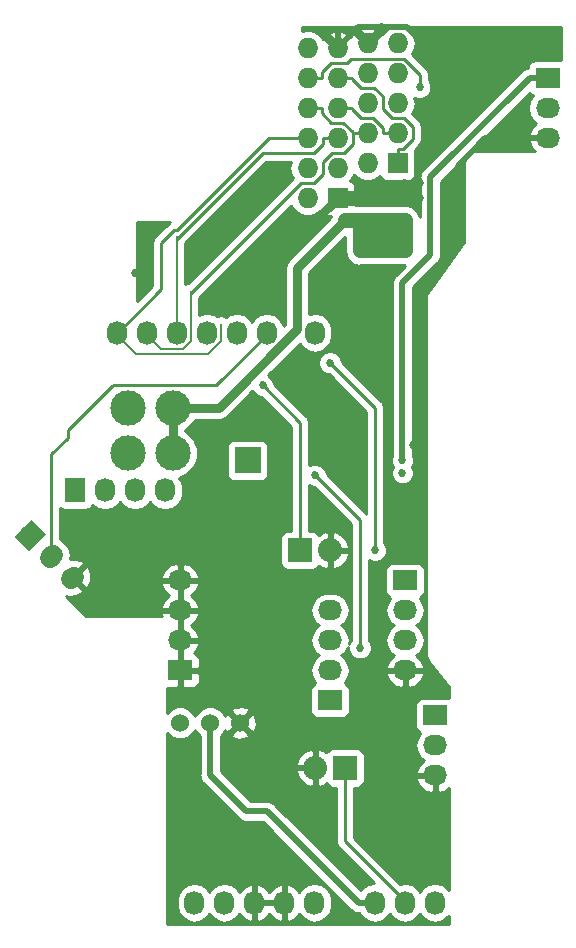
<source format=gbl>
G04 #@! TF.GenerationSoftware,KiCad,Pcbnew,5.0.2+dfsg1-1~bpo9+1*
G04 #@! TF.CreationDate,2019-11-08T21:31:29-05:00*
G04 #@! TF.ProjectId,uno,756e6f2e-6b69-4636-9164-5f7063625858,v1.0*
G04 #@! TF.SameCoordinates,Original*
G04 #@! TF.FileFunction,Copper,L2,Bot*
G04 #@! TF.FilePolarity,Positive*
%FSLAX46Y46*%
G04 Gerber Fmt 4.6, Leading zero omitted, Abs format (unit mm)*
G04 Created by KiCad (PCBNEW 5.0.2+dfsg1-1~bpo9+1) date Fri 08 Nov 2019 09:31:29 PM EST*
%MOMM*%
%LPD*%
G01*
G04 APERTURE LIST*
G04 #@! TA.AperFunction,ComponentPad*
%ADD10O,2.032000X1.727200*%
G04 #@! TD*
G04 #@! TA.AperFunction,ComponentPad*
%ADD11R,2.032000X1.727200*%
G04 #@! TD*
G04 #@! TA.AperFunction,ComponentPad*
%ADD12O,1.727200X2.032000*%
G04 #@! TD*
G04 #@! TA.AperFunction,ComponentPad*
%ADD13R,1.727200X1.727200*%
G04 #@! TD*
G04 #@! TA.AperFunction,ComponentPad*
%ADD14O,1.727200X1.727200*%
G04 #@! TD*
G04 #@! TA.AperFunction,ComponentPad*
%ADD15C,2.999740*%
G04 #@! TD*
G04 #@! TA.AperFunction,ComponentPad*
%ADD16R,2.235200X2.235200*%
G04 #@! TD*
G04 #@! TA.AperFunction,ComponentPad*
%ADD17C,1.727200*%
G04 #@! TD*
G04 #@! TA.AperFunction,Conductor*
%ADD18C,1.727200*%
G04 #@! TD*
G04 #@! TA.AperFunction,Conductor*
%ADD19C,0.100000*%
G04 #@! TD*
G04 #@! TA.AperFunction,ComponentPad*
%ADD20C,1.524000*%
G04 #@! TD*
G04 #@! TA.AperFunction,ComponentPad*
%ADD21O,2.032000X2.032000*%
G04 #@! TD*
G04 #@! TA.AperFunction,ComponentPad*
%ADD22R,2.032000X2.032000*%
G04 #@! TD*
G04 #@! TA.AperFunction,ComponentPad*
%ADD23R,1.727200X2.032000*%
G04 #@! TD*
G04 #@! TA.AperFunction,ViaPad*
%ADD24C,0.685800*%
G04 #@! TD*
G04 #@! TA.AperFunction,Conductor*
%ADD25C,1.270000*%
G04 #@! TD*
G04 #@! TA.AperFunction,Conductor*
%ADD26C,0.762000*%
G04 #@! TD*
G04 #@! TA.AperFunction,Conductor*
%ADD27C,0.508000*%
G04 #@! TD*
G04 #@! TA.AperFunction,Conductor*
%ADD28C,0.152400*%
G04 #@! TD*
G04 #@! TA.AperFunction,Conductor*
%ADD29C,0.254000*%
G04 #@! TD*
G04 APERTURE END LIST*
D10*
G04 #@! TO.P,P99,3*
G04 #@! TO.N,GND*
X76200000Y-97790000D03*
G04 #@! TO.P,P99,2*
G04 #@! TO.N,/D8*
X76200000Y-95250000D03*
D11*
G04 #@! TO.P,P99,1*
G04 #@! TO.N,+5V*
X76200000Y-92710000D03*
G04 #@! TD*
D12*
G04 #@! TO.P,U5,3V3*
G04 #@! TO.N,+3V3*
X55829200Y-108585000D03*
G04 #@! TO.P,U5,5V*
G04 #@! TO.N,+5V*
X58369200Y-108585000D03*
G04 #@! TO.P,U5,GND1*
G04 #@! TO.N,GND*
X60909200Y-108585000D03*
G04 #@! TO.P,U5,GND2*
X63449200Y-108585000D03*
G04 #@! TO.P,U5,VIN*
G04 #@! TO.N,VIN*
X65989200Y-108585000D03*
G04 #@! TO.P,U5,A0*
G04 #@! TO.N,/A0*
X71094600Y-108585000D03*
G04 #@! TO.P,U5,A1*
G04 #@! TO.N,/A1*
X73634600Y-108585000D03*
G04 #@! TO.P,U5,A2*
G04 #@! TO.N,/A2*
X76174600Y-108585000D03*
G04 #@! TO.P,U5,D7*
G04 #@! TO.N,/D7*
X66014600Y-60325000D03*
G04 #@! TO.P,U5,D13*
G04 #@! TO.N,/D13*
X49250600Y-60325000D03*
G04 #@! TO.P,U5,D12*
G04 #@! TO.N,/D12*
X51790600Y-60325000D03*
G04 #@! TO.P,U5,D11*
G04 #@! TO.N,/D11*
X54330600Y-60325000D03*
G04 #@! TO.P,U5,D8*
G04 #@! TO.N,/D8*
X61950600Y-60325000D03*
G04 #@! TO.P,U5,D9*
G04 #@! TO.N,/D9*
X59410600Y-60325000D03*
G04 #@! TO.P,U5,D10*
G04 #@! TO.N,/CS*
X56870600Y-60325000D03*
G04 #@! TD*
D10*
G04 #@! TO.P,P1,4*
G04 #@! TO.N,+5V*
X67310000Y-83820000D03*
G04 #@! TO.P,P1,3*
X67310000Y-86360000D03*
G04 #@! TO.P,P1,2*
X67310000Y-88900000D03*
D11*
G04 #@! TO.P,P1,1*
X67310000Y-91440000D03*
G04 #@! TD*
D13*
G04 #@! TO.P,P2,1*
G04 #@! TO.N,/CLKOUT*
X73025000Y-45974000D03*
D14*
G04 #@! TO.P,P2,2*
G04 #@! TO.N,/INT*
X70485000Y-45974000D03*
G04 #@! TO.P,P2,3*
G04 #@! TO.N,/WOL*
X73025000Y-43434000D03*
G04 #@! TO.P,P2,4*
G04 #@! TO.N,/D12*
X70485000Y-43434000D03*
G04 #@! TO.P,P2,5*
G04 #@! TO.N,/D11*
X73025000Y-40894000D03*
G04 #@! TO.P,P2,6*
G04 #@! TO.N,/D13*
X70485000Y-40894000D03*
G04 #@! TO.P,P2,7*
G04 #@! TO.N,/CS*
X73025000Y-38354000D03*
G04 #@! TO.P,P2,8*
G04 #@! TO.N,/RST*
X70485000Y-38354000D03*
G04 #@! TO.P,P2,9*
G04 #@! TO.N,/VCC_Branch*
X73025000Y-35814000D03*
G04 #@! TO.P,P2,10*
G04 #@! TO.N,GND*
X70485000Y-35814000D03*
G04 #@! TD*
D15*
G04 #@! TO.P,P3,1*
G04 #@! TO.N,+3V3*
X50165000Y-70485000D03*
G04 #@! TO.P,P3,2*
G04 #@! TO.N,/VCC_Branch*
X53975000Y-70485000D03*
G04 #@! TD*
G04 #@! TO.P,P4,2*
G04 #@! TO.N,/VCC_Branch*
X53975000Y-66675000D03*
G04 #@! TO.P,P4,1*
G04 #@! TO.N,+5V*
X50165000Y-66675000D03*
G04 #@! TD*
D11*
G04 #@! TO.P,P5,1*
G04 #@! TO.N,GND*
X54610000Y-88900000D03*
D10*
G04 #@! TO.P,P5,2*
X54610000Y-86360000D03*
G04 #@! TO.P,P5,3*
X54610000Y-83820000D03*
G04 #@! TO.P,P5,4*
X54610000Y-81280000D03*
G04 #@! TD*
D16*
G04 #@! TO.P,P6,1*
G04 #@! TO.N,/UNUSED*
X60325000Y-71120000D03*
G04 #@! TD*
D13*
G04 #@! TO.P,P7,1*
G04 #@! TO.N,GND*
X67945000Y-48895000D03*
D14*
G04 #@! TO.P,P7,2*
G04 #@! TO.N,/Q3*
X65405000Y-48895000D03*
G04 #@! TO.P,P7,3*
G04 #@! TO.N,/CS*
X67945000Y-46355000D03*
G04 #@! TO.P,P7,4*
G04 #@! TO.N,/RST*
X65405000Y-46355000D03*
G04 #@! TO.P,P7,5*
G04 #@! TO.N,/D11*
X67945000Y-43815000D03*
G04 #@! TO.P,P7,6*
G04 #@! TO.N,/D13*
X65405000Y-43815000D03*
G04 #@! TO.P,P7,7*
G04 #@! TO.N,/WOL*
X67945000Y-41275000D03*
G04 #@! TO.P,P7,8*
G04 #@! TO.N,/D12*
X65405000Y-41275000D03*
G04 #@! TO.P,P7,9*
G04 #@! TO.N,/CLKOUT*
X67945000Y-38735000D03*
G04 #@! TO.P,P7,10*
G04 #@! TO.N,/INT*
X65405000Y-38735000D03*
G04 #@! TO.P,P7,11*
G04 #@! TO.N,GND*
X67945000Y-36195000D03*
G04 #@! TO.P,P7,12*
G04 #@! TO.N,/VCC_Branch*
X65405000Y-36195000D03*
G04 #@! TD*
D17*
G04 #@! TO.P,P8,3*
G04 #@! TO.N,GND*
X45502102Y-81062102D03*
D18*
G04 #@! TD*
G04 #@! TO.N,GND*
G04 #@! TO.C,P8*
X45394339Y-81169865D02*
X45609865Y-80954339D01*
D17*
G04 #@! TO.P,P8,2*
G04 #@! TO.N,/D8*
X43706051Y-79266051D03*
D18*
G04 #@! TD*
G04 #@! TO.N,/D8*
G04 #@! TO.C,P8*
X43598288Y-79373814D02*
X43813814Y-79158288D01*
D17*
G04 #@! TO.P,P8,1*
G04 #@! TO.N,+5V*
X41910000Y-77470000D03*
D19*
G04 #@! TD*
G04 #@! TO.N,+5V*
G04 #@! TO.C,P8*
G36*
X41802237Y-78799078D02*
X40580922Y-77577763D01*
X42017763Y-76140922D01*
X43239078Y-77362237D01*
X41802237Y-78799078D01*
X41802237Y-78799078D01*
G37*
D11*
G04 #@! TO.P,P98,1*
G04 #@! TO.N,+5V*
X85725000Y-38735000D03*
D10*
G04 #@! TO.P,P98,2*
G04 #@! TO.N,/D9*
X85725000Y-41275000D03*
G04 #@! TO.P,P98,3*
G04 #@! TO.N,GND*
X85725000Y-43815000D03*
G04 #@! TD*
D20*
G04 #@! TO.P,P10,2*
G04 #@! TO.N,/A0*
X57150000Y-93345000D03*
G04 #@! TO.P,P10,3*
G04 #@! TO.N,GND*
X59690000Y-93345000D03*
G04 #@! TO.P,P10,1*
G04 #@! TO.N,+5V*
X54610000Y-93345000D03*
G04 #@! TD*
D21*
G04 #@! TO.P,P11,2*
G04 #@! TO.N,GND*
X66040000Y-97155000D03*
D22*
G04 #@! TO.P,P11,1*
G04 #@! TO.N,/A1*
X68580000Y-97155000D03*
G04 #@! TD*
G04 #@! TO.P,P12,1*
G04 #@! TO.N,/D9*
X64770000Y-78740000D03*
D21*
G04 #@! TO.P,P12,2*
G04 #@! TO.N,GND*
X67310000Y-78740000D03*
G04 #@! TD*
D11*
G04 #@! TO.P,P14,1*
G04 #@! TO.N,+5V*
X73660000Y-81280000D03*
D10*
G04 #@! TO.P,P14,2*
G04 #@! TO.N,/D7*
X73660000Y-83820000D03*
G04 #@! TO.P,P14,3*
G04 #@! TO.N,Net-(P14-Pad3)*
X73660000Y-86360000D03*
G04 #@! TO.P,P14,4*
G04 #@! TO.N,GND*
X73660000Y-88900000D03*
G04 #@! TD*
D23*
G04 #@! TO.P,P15,1*
G04 #@! TO.N,+3V3*
X45720000Y-73660000D03*
D12*
G04 #@! TO.P,P15,2*
X48260000Y-73660000D03*
G04 #@! TO.P,P15,3*
X50800000Y-73660000D03*
G04 #@! TO.P,P15,4*
X53340000Y-73660000D03*
G04 #@! TD*
D24*
G04 #@! TO.N,GND*
X77470000Y-48895000D03*
X77470000Y-47625000D03*
X77470000Y-50165000D03*
X69850000Y-55880000D03*
X68580000Y-57785000D03*
X70485000Y-59055000D03*
X69215000Y-60960000D03*
X60960000Y-49530000D03*
X62230000Y-48260000D03*
X63500000Y-46990000D03*
X80010000Y-40640000D03*
X78740000Y-41910000D03*
X77470000Y-43180000D03*
X74930000Y-47625000D03*
X74930000Y-48895000D03*
X72390000Y-48895000D03*
X73660000Y-48895000D03*
X73660000Y-47625000D03*
X50800000Y-81915000D03*
X50800000Y-80645000D03*
X50800000Y-79375000D03*
X50800000Y-76835000D03*
X52070000Y-78105000D03*
X50800000Y-78105000D03*
X49530000Y-78105000D03*
X59690000Y-102870000D03*
X58420000Y-102870000D03*
X57150000Y-102870000D03*
X66040000Y-102870000D03*
X66040000Y-101600000D03*
X66040000Y-100330000D03*
X74930000Y-101600000D03*
X73660000Y-102870000D03*
X72390000Y-104140000D03*
X50800000Y-55245000D03*
X59055000Y-55880000D03*
X68326000Y-54356000D03*
X63246000Y-51308000D03*
X74295000Y-69850000D03*
G04 #@! TO.N,+5V*
X73444100Y-71120000D03*
X73444100Y-72174100D03*
G04 #@! TO.N,/VCC_Branch*
X69850000Y-53340000D03*
X71120000Y-53340000D03*
X72390000Y-53340000D03*
X73660000Y-53340000D03*
X73660000Y-52070000D03*
X72390000Y-52070000D03*
X71120000Y-52070000D03*
X69850000Y-52070000D03*
X73660000Y-50800000D03*
X72390000Y-50800000D03*
X71120000Y-50800000D03*
X69850000Y-50800000D03*
G04 #@! TO.N,/INT*
X74922400Y-39543800D03*
G04 #@! TO.N,/D8*
X67310000Y-62865000D03*
X71120000Y-78740000D03*
G04 #@! TO.N,/D9*
X61595000Y-64770000D03*
G04 #@! TO.N,Net-(LED1-Pad2)*
X66040000Y-72390000D03*
X69850000Y-86995000D03*
G04 #@! TD*
D25*
G04 #@! TO.N,GND*
X67945000Y-48895000D02*
X69596000Y-48895000D01*
D26*
X67945000Y-48895000D02*
X65532000Y-51308000D01*
X65532000Y-51308000D02*
X63246000Y-51308000D01*
X67945000Y-36195000D02*
X67056000Y-35306000D01*
D27*
X67945000Y-36195000D02*
X69342000Y-34798000D01*
X69342000Y-34798000D02*
X69697600Y-34442400D01*
X69697600Y-34442400D02*
X71628000Y-34442400D01*
D26*
X70485000Y-35814000D02*
X69469000Y-34798000D01*
X69469000Y-34798000D02*
X69342000Y-34798000D01*
D27*
X71628000Y-34442400D02*
X73812400Y-34442400D01*
X73812400Y-34442400D02*
X80010000Y-40640000D01*
D26*
X70485000Y-35814000D02*
X71348600Y-34950400D01*
X71348600Y-34950400D02*
X71348600Y-34721800D01*
X71348600Y-34721800D02*
X71628000Y-34442400D01*
D27*
X78105000Y-46163800D02*
X80453800Y-43815000D01*
G04 #@! TO.N,+5V*
X85725000Y-38735000D02*
X84201000Y-38735000D01*
X84201000Y-38735000D02*
X75780900Y-47155100D01*
X75780900Y-47155100D02*
X75780900Y-53748400D01*
X75780900Y-53748400D02*
X73444100Y-56085200D01*
X73444100Y-56085200D02*
X73444100Y-71120000D01*
D25*
G04 #@! TO.N,/VCC_Branch*
X71120000Y-50800000D02*
X72390000Y-50800000D01*
X69850000Y-50800000D02*
X71120000Y-50800000D01*
D26*
X71120000Y-50800000D02*
X72390000Y-50800000D01*
X69850000Y-50800000D02*
X71120000Y-50800000D01*
D25*
X72390000Y-50800000D02*
X73660000Y-50800000D01*
D26*
X68580000Y-50800000D02*
X69850000Y-50800000D01*
X53975000Y-66675000D02*
X57872400Y-66675000D01*
X57872400Y-66675000D02*
X64516000Y-60031400D01*
X64516000Y-60031400D02*
X64516000Y-54864000D01*
X64516000Y-54864000D02*
X68580000Y-50800000D01*
X72390000Y-50800000D02*
X73660000Y-50800000D01*
D25*
X68580000Y-50800000D02*
X69850000Y-50800000D01*
X73660000Y-53340000D02*
X72390000Y-53340000D01*
X73660000Y-52070000D02*
X73660000Y-53340000D01*
X71120000Y-52070000D02*
X72390000Y-52070000D01*
X69850000Y-52070000D02*
X71120000Y-52070000D01*
X71120000Y-53340000D02*
X69850000Y-53340000D01*
X72390000Y-53340000D02*
X71120000Y-53340000D01*
X72390000Y-52070000D02*
X73660000Y-52070000D01*
X69850000Y-53340000D02*
X69850000Y-52070000D01*
X73660000Y-52070000D02*
X73660000Y-50800000D01*
X69850000Y-50800000D02*
X69850000Y-52070000D01*
D26*
X53975000Y-70485000D02*
X53975000Y-66675000D01*
D28*
G04 #@! TO.N,/CS*
X56870600Y-60325000D02*
X56870600Y-60172600D01*
D29*
G04 #@! TO.N,/D13*
X49250600Y-60401200D02*
X53009100Y-56642700D01*
X53009100Y-56642700D02*
X53009100Y-52728500D01*
X53009100Y-52728500D02*
X54099800Y-51637800D01*
X54099800Y-51637800D02*
X54325700Y-51637800D01*
X54325700Y-51637800D02*
X62148500Y-43815000D01*
X62148500Y-43815000D02*
X65405000Y-43815000D01*
D28*
X49250600Y-60401200D02*
X49250600Y-60477400D01*
X49250600Y-60477400D02*
X50850800Y-62077600D01*
X50850800Y-62077600D02*
X56958700Y-62077600D01*
X56958700Y-62077600D02*
X58064400Y-60971900D01*
X58064400Y-60971900D02*
X58064400Y-59553500D01*
X49250600Y-60325000D02*
X49250600Y-60401200D01*
D29*
G04 #@! TO.N,/D11*
X67751900Y-43815000D02*
X67945000Y-43815000D01*
X67751900Y-43815000D02*
X66700100Y-43815000D01*
X54330600Y-52359500D02*
X61605100Y-45085000D01*
X61605100Y-45085000D02*
X65945900Y-45085000D01*
X65945900Y-45085000D02*
X66700100Y-44330800D01*
X66700100Y-44330800D02*
X66700100Y-43815000D01*
D28*
X54330600Y-52359500D02*
X54330600Y-52095400D01*
X54330600Y-60325000D02*
X54330600Y-52359500D01*
D29*
G04 #@! TO.N,/D12*
X65405000Y-41275000D02*
X66649900Y-41275000D01*
X66649900Y-41275000D02*
X66649900Y-41741900D01*
X66649900Y-41741900D02*
X67427900Y-42519900D01*
X67427900Y-42519900D02*
X68416000Y-42519900D01*
X68416000Y-42519900D02*
X69240100Y-43344000D01*
X69240100Y-43344000D02*
X69240100Y-43434000D01*
X70485000Y-43434000D02*
X69240100Y-43434000D01*
X55524400Y-56967600D02*
X64892000Y-47600000D01*
X64892000Y-47600000D02*
X65981400Y-47600000D01*
X65981400Y-47600000D02*
X66675000Y-46906400D01*
X66675000Y-46906400D02*
X66675000Y-45862800D01*
X66675000Y-45862800D02*
X67452800Y-45085000D01*
X67452800Y-45085000D02*
X68469400Y-45085000D01*
X68469400Y-45085000D02*
X69240100Y-44314300D01*
X69240100Y-44314300D02*
X69240100Y-43434000D01*
D28*
X55524400Y-56967600D02*
X55524400Y-56743600D01*
X51790600Y-60325000D02*
X51790600Y-60477400D01*
X51790600Y-60477400D02*
X52984400Y-61671200D01*
X52984400Y-61671200D02*
X54825100Y-61671200D01*
X54825100Y-61671200D02*
X55524400Y-60971900D01*
X55524400Y-60971900D02*
X55524400Y-56967600D01*
D29*
G04 #@! TO.N,/WOL*
X67945000Y-41275000D02*
X69189900Y-41275000D01*
X73025000Y-43434000D02*
X71780100Y-43434000D01*
X71780100Y-43434000D02*
X71780100Y-42967100D01*
X71780100Y-42967100D02*
X70968200Y-42155200D01*
X70968200Y-42155200D02*
X69941100Y-42155200D01*
X69941100Y-42155200D02*
X69189900Y-41404000D01*
X69189900Y-41404000D02*
X69189900Y-41275000D01*
G04 #@! TO.N,/INT*
X65405000Y-38735000D02*
X66649900Y-38735000D01*
X66649900Y-38735000D02*
X66649900Y-38268100D01*
X66649900Y-38268100D02*
X67427900Y-37490100D01*
X67427900Y-37490100D02*
X68745100Y-37490100D01*
X68745100Y-37490100D02*
X69126200Y-37109000D01*
X69126200Y-37109000D02*
X73571400Y-37109000D01*
X73571400Y-37109000D02*
X74922300Y-38459900D01*
X74922300Y-38459900D02*
X74922300Y-39543800D01*
X74922300Y-39543800D02*
X74922400Y-39543800D01*
G04 #@! TO.N,/CLKOUT*
X67945000Y-38735000D02*
X69189900Y-38735000D01*
X73025000Y-45974000D02*
X73025000Y-44729100D01*
X73025000Y-44729100D02*
X73491800Y-44729100D01*
X73491800Y-44729100D02*
X74324100Y-43896800D01*
X74324100Y-43896800D02*
X74324100Y-42907400D01*
X74324100Y-42907400D02*
X73580700Y-42164000D01*
X73580700Y-42164000D02*
X72519100Y-42164000D01*
X72519100Y-42164000D02*
X71755000Y-41399900D01*
X71755000Y-41399900D02*
X71755000Y-40305500D01*
X71755000Y-40305500D02*
X71064700Y-39615200D01*
X71064700Y-39615200D02*
X69941100Y-39615200D01*
X69941100Y-39615200D02*
X69189900Y-38864000D01*
X69189900Y-38864000D02*
X69189900Y-38735000D01*
D27*
G04 #@! TO.N,/A0*
X71094600Y-108585000D02*
X69723000Y-108585000D01*
X69723000Y-108585000D02*
X61976000Y-100838000D01*
X61976000Y-100838000D02*
X60228500Y-100838000D01*
X60228500Y-100838000D02*
X57150000Y-97759500D01*
X57150000Y-97759500D02*
X57150000Y-93345000D01*
D29*
G04 #@! TO.N,/A1*
X73634600Y-108585000D02*
X73634600Y-108433000D01*
X73634600Y-108433000D02*
X68580000Y-103378000D01*
X68580000Y-103378000D02*
X68580000Y-97155000D01*
G04 #@! TO.N,/D8*
X43706100Y-79266100D02*
X43706100Y-70605500D01*
X43706100Y-70605500D02*
X45085000Y-69226600D01*
X45085000Y-69226600D02*
X45085000Y-68580000D01*
X45085000Y-68580000D02*
X48870900Y-64794100D01*
X48870900Y-64794100D02*
X48895000Y-64794100D01*
X48895000Y-64794100D02*
X48895000Y-64745900D01*
X48895000Y-64745900D02*
X57682100Y-64745900D01*
X57682100Y-64745900D02*
X61950600Y-60477400D01*
X61950600Y-60477400D02*
X61950600Y-60325000D01*
X71120000Y-78740000D02*
X71120000Y-66675000D01*
X71120000Y-66675000D02*
X67310000Y-62865000D01*
G04 #@! TO.N,/D9*
X64770000Y-78740000D02*
X64770000Y-67945000D01*
X64770000Y-67945000D02*
X61595000Y-64770000D01*
G04 #@! TO.N,Net-(LED1-Pad2)*
X69850000Y-86995000D02*
X69850000Y-76200000D01*
X69850000Y-76200000D02*
X66040000Y-72390000D01*
G04 #@! TD*
G04 #@! TO.N,GND*
G36*
X55965680Y-94136337D02*
X56261001Y-94431658D01*
X56261000Y-97671945D01*
X56243584Y-97759500D01*
X56261000Y-97847055D01*
X56312581Y-98106369D01*
X56509067Y-98400433D01*
X56583296Y-98450031D01*
X59537970Y-101404706D01*
X59587567Y-101478933D01*
X59881630Y-101675419D01*
X60140944Y-101727000D01*
X60140948Y-101727000D01*
X60228499Y-101744415D01*
X60316050Y-101727000D01*
X61607765Y-101727000D01*
X69032471Y-109151707D01*
X69082067Y-109225933D01*
X69376130Y-109422419D01*
X69635444Y-109474000D01*
X69635448Y-109474000D01*
X69722999Y-109491415D01*
X69787494Y-109478586D01*
X70014170Y-109817830D01*
X70509876Y-110149050D01*
X71094600Y-110265359D01*
X71679325Y-110149050D01*
X72175030Y-109817830D01*
X72364600Y-109534119D01*
X72554170Y-109817830D01*
X73049876Y-110149050D01*
X73634600Y-110265359D01*
X74219325Y-110149050D01*
X74715030Y-109817830D01*
X74904600Y-109534119D01*
X75094170Y-109817830D01*
X75589876Y-110149050D01*
X76174600Y-110265359D01*
X76759325Y-110149050D01*
X77255030Y-109817830D01*
X77343000Y-109686173D01*
X77343000Y-110363000D01*
X53467000Y-110363000D01*
X53467000Y-108285003D01*
X54330600Y-108285003D01*
X54330600Y-108884998D01*
X54417550Y-109322125D01*
X54748770Y-109817830D01*
X55244476Y-110149050D01*
X55829200Y-110265359D01*
X56413925Y-110149050D01*
X56909630Y-109817830D01*
X57099200Y-109534119D01*
X57288770Y-109817830D01*
X57784476Y-110149050D01*
X58369200Y-110265359D01*
X58953925Y-110149050D01*
X59449630Y-109817830D01*
X59643109Y-109528267D01*
X60007164Y-109935732D01*
X60534409Y-110189709D01*
X60550174Y-110192358D01*
X60782200Y-110071217D01*
X60782200Y-108712000D01*
X61036200Y-108712000D01*
X61036200Y-110071217D01*
X61268226Y-110192358D01*
X61283991Y-110189709D01*
X61811236Y-109935732D01*
X62179200Y-109523892D01*
X62547164Y-109935732D01*
X63074409Y-110189709D01*
X63090174Y-110192358D01*
X63322200Y-110071217D01*
X63322200Y-108712000D01*
X61036200Y-108712000D01*
X60782200Y-108712000D01*
X60762200Y-108712000D01*
X60762200Y-108458000D01*
X60782200Y-108458000D01*
X60782200Y-107098783D01*
X61036200Y-107098783D01*
X61036200Y-108458000D01*
X63322200Y-108458000D01*
X63322200Y-107098783D01*
X63576200Y-107098783D01*
X63576200Y-108458000D01*
X63596200Y-108458000D01*
X63596200Y-108712000D01*
X63576200Y-108712000D01*
X63576200Y-110071217D01*
X63808226Y-110192358D01*
X63823991Y-110189709D01*
X64351236Y-109935732D01*
X64715290Y-109528268D01*
X64908770Y-109817830D01*
X65404476Y-110149050D01*
X65989200Y-110265359D01*
X66573925Y-110149050D01*
X67069630Y-109817830D01*
X67400850Y-109322124D01*
X67487800Y-108884997D01*
X67487800Y-108285002D01*
X67400850Y-107847875D01*
X67069630Y-107352170D01*
X66573924Y-107020950D01*
X65989200Y-106904641D01*
X65404475Y-107020950D01*
X64908770Y-107352170D01*
X64715291Y-107641733D01*
X64351236Y-107234268D01*
X63823991Y-106980291D01*
X63808226Y-106977642D01*
X63576200Y-107098783D01*
X63322200Y-107098783D01*
X63090174Y-106977642D01*
X63074409Y-106980291D01*
X62547164Y-107234268D01*
X62179200Y-107646108D01*
X61811236Y-107234268D01*
X61283991Y-106980291D01*
X61268226Y-106977642D01*
X61036200Y-107098783D01*
X60782200Y-107098783D01*
X60550174Y-106977642D01*
X60534409Y-106980291D01*
X60007164Y-107234268D01*
X59643110Y-107641732D01*
X59449630Y-107352170D01*
X58953924Y-107020950D01*
X58369200Y-106904641D01*
X57784475Y-107020950D01*
X57288770Y-107352170D01*
X57099200Y-107635881D01*
X56909630Y-107352170D01*
X56413924Y-107020950D01*
X55829200Y-106904641D01*
X55244475Y-107020950D01*
X54748770Y-107352170D01*
X54417550Y-107847876D01*
X54330600Y-108285003D01*
X53467000Y-108285003D01*
X53467000Y-94177657D01*
X53818663Y-94529320D01*
X54332119Y-94742000D01*
X54887881Y-94742000D01*
X55401337Y-94529320D01*
X55794320Y-94136337D01*
X55880000Y-93929487D01*
X55965680Y-94136337D01*
X55965680Y-94136337D01*
G37*
X55965680Y-94136337D02*
X56261001Y-94431658D01*
X56261000Y-97671945D01*
X56243584Y-97759500D01*
X56261000Y-97847055D01*
X56312581Y-98106369D01*
X56509067Y-98400433D01*
X56583296Y-98450031D01*
X59537970Y-101404706D01*
X59587567Y-101478933D01*
X59881630Y-101675419D01*
X60140944Y-101727000D01*
X60140948Y-101727000D01*
X60228499Y-101744415D01*
X60316050Y-101727000D01*
X61607765Y-101727000D01*
X69032471Y-109151707D01*
X69082067Y-109225933D01*
X69376130Y-109422419D01*
X69635444Y-109474000D01*
X69635448Y-109474000D01*
X69722999Y-109491415D01*
X69787494Y-109478586D01*
X70014170Y-109817830D01*
X70509876Y-110149050D01*
X71094600Y-110265359D01*
X71679325Y-110149050D01*
X72175030Y-109817830D01*
X72364600Y-109534119D01*
X72554170Y-109817830D01*
X73049876Y-110149050D01*
X73634600Y-110265359D01*
X74219325Y-110149050D01*
X74715030Y-109817830D01*
X74904600Y-109534119D01*
X75094170Y-109817830D01*
X75589876Y-110149050D01*
X76174600Y-110265359D01*
X76759325Y-110149050D01*
X77255030Y-109817830D01*
X77343000Y-109686173D01*
X77343000Y-110363000D01*
X53467000Y-110363000D01*
X53467000Y-108285003D01*
X54330600Y-108285003D01*
X54330600Y-108884998D01*
X54417550Y-109322125D01*
X54748770Y-109817830D01*
X55244476Y-110149050D01*
X55829200Y-110265359D01*
X56413925Y-110149050D01*
X56909630Y-109817830D01*
X57099200Y-109534119D01*
X57288770Y-109817830D01*
X57784476Y-110149050D01*
X58369200Y-110265359D01*
X58953925Y-110149050D01*
X59449630Y-109817830D01*
X59643109Y-109528267D01*
X60007164Y-109935732D01*
X60534409Y-110189709D01*
X60550174Y-110192358D01*
X60782200Y-110071217D01*
X60782200Y-108712000D01*
X61036200Y-108712000D01*
X61036200Y-110071217D01*
X61268226Y-110192358D01*
X61283991Y-110189709D01*
X61811236Y-109935732D01*
X62179200Y-109523892D01*
X62547164Y-109935732D01*
X63074409Y-110189709D01*
X63090174Y-110192358D01*
X63322200Y-110071217D01*
X63322200Y-108712000D01*
X61036200Y-108712000D01*
X60782200Y-108712000D01*
X60762200Y-108712000D01*
X60762200Y-108458000D01*
X60782200Y-108458000D01*
X60782200Y-107098783D01*
X61036200Y-107098783D01*
X61036200Y-108458000D01*
X63322200Y-108458000D01*
X63322200Y-107098783D01*
X63576200Y-107098783D01*
X63576200Y-108458000D01*
X63596200Y-108458000D01*
X63596200Y-108712000D01*
X63576200Y-108712000D01*
X63576200Y-110071217D01*
X63808226Y-110192358D01*
X63823991Y-110189709D01*
X64351236Y-109935732D01*
X64715290Y-109528268D01*
X64908770Y-109817830D01*
X65404476Y-110149050D01*
X65989200Y-110265359D01*
X66573925Y-110149050D01*
X67069630Y-109817830D01*
X67400850Y-109322124D01*
X67487800Y-108884997D01*
X67487800Y-108285002D01*
X67400850Y-107847875D01*
X67069630Y-107352170D01*
X66573924Y-107020950D01*
X65989200Y-106904641D01*
X65404475Y-107020950D01*
X64908770Y-107352170D01*
X64715291Y-107641733D01*
X64351236Y-107234268D01*
X63823991Y-106980291D01*
X63808226Y-106977642D01*
X63576200Y-107098783D01*
X63322200Y-107098783D01*
X63090174Y-106977642D01*
X63074409Y-106980291D01*
X62547164Y-107234268D01*
X62179200Y-107646108D01*
X61811236Y-107234268D01*
X61283991Y-106980291D01*
X61268226Y-106977642D01*
X61036200Y-107098783D01*
X60782200Y-107098783D01*
X60550174Y-106977642D01*
X60534409Y-106980291D01*
X60007164Y-107234268D01*
X59643110Y-107641732D01*
X59449630Y-107352170D01*
X58953924Y-107020950D01*
X58369200Y-106904641D01*
X57784475Y-107020950D01*
X57288770Y-107352170D01*
X57099200Y-107635881D01*
X56909630Y-107352170D01*
X56413924Y-107020950D01*
X55829200Y-106904641D01*
X55244475Y-107020950D01*
X54748770Y-107352170D01*
X54417550Y-107847876D01*
X54330600Y-108285003D01*
X53467000Y-108285003D01*
X53467000Y-94177657D01*
X53818663Y-94529320D01*
X54332119Y-94742000D01*
X54887881Y-94742000D01*
X55401337Y-94529320D01*
X55794320Y-94136337D01*
X55880000Y-93929487D01*
X55965680Y-94136337D01*
G36*
X78613000Y-52664301D02*
X75461656Y-57076183D01*
X75441274Y-57121350D01*
X75438000Y-57150000D01*
X75438000Y-87630000D01*
X75447667Y-87678601D01*
X75463400Y-87706200D01*
X75494132Y-87747176D01*
X75497554Y-87809964D01*
X75519958Y-87856682D01*
X75530065Y-87907496D01*
X75580578Y-87983094D01*
X75589013Y-88000683D01*
X75619428Y-88041236D01*
X75687255Y-88142746D01*
X75703903Y-88153870D01*
X77343000Y-90339334D01*
X77343000Y-91224221D01*
X77216000Y-91198960D01*
X75184000Y-91198960D01*
X74936235Y-91248243D01*
X74726191Y-91388591D01*
X74585843Y-91598635D01*
X74536560Y-91846400D01*
X74536560Y-93573600D01*
X74585843Y-93821365D01*
X74726191Y-94031409D01*
X74936235Y-94171757D01*
X74962251Y-94176932D01*
X74635950Y-94665275D01*
X74519641Y-95250000D01*
X74635950Y-95834725D01*
X74967170Y-96330430D01*
X75256732Y-96523910D01*
X74849268Y-96887964D01*
X74595291Y-97415209D01*
X74592642Y-97430974D01*
X74713783Y-97663000D01*
X76073000Y-97663000D01*
X76073000Y-97643000D01*
X76327000Y-97643000D01*
X76327000Y-97663000D01*
X76347000Y-97663000D01*
X76347000Y-97917000D01*
X76327000Y-97917000D01*
X76327000Y-99130924D01*
X76561913Y-99275184D01*
X77114320Y-99081954D01*
X77343000Y-98877637D01*
X77343000Y-107483826D01*
X77255030Y-107352170D01*
X76759324Y-107020950D01*
X76174600Y-106904641D01*
X75589875Y-107020950D01*
X75094170Y-107352170D01*
X74904600Y-107635881D01*
X74715030Y-107352170D01*
X74219324Y-107020950D01*
X73634600Y-106904641D01*
X73258712Y-106979410D01*
X69342000Y-103062388D01*
X69342000Y-98818440D01*
X69596000Y-98818440D01*
X69843765Y-98769157D01*
X70053809Y-98628809D01*
X70194157Y-98418765D01*
X70243440Y-98171000D01*
X70243440Y-98149026D01*
X74592642Y-98149026D01*
X74595291Y-98164791D01*
X74849268Y-98692036D01*
X75285680Y-99081954D01*
X75838087Y-99275184D01*
X76073000Y-99130924D01*
X76073000Y-97917000D01*
X74713783Y-97917000D01*
X74592642Y-98149026D01*
X70243440Y-98149026D01*
X70243440Y-96139000D01*
X70194157Y-95891235D01*
X70053809Y-95681191D01*
X69843765Y-95540843D01*
X69596000Y-95491560D01*
X67564000Y-95491560D01*
X67316235Y-95540843D01*
X67106191Y-95681191D01*
X67001338Y-95838113D01*
X66904818Y-95748615D01*
X66422944Y-95549025D01*
X66167000Y-95668164D01*
X66167000Y-97028000D01*
X66187000Y-97028000D01*
X66187000Y-97282000D01*
X66167000Y-97282000D01*
X66167000Y-98641836D01*
X66422944Y-98760975D01*
X66904818Y-98561385D01*
X67001338Y-98471887D01*
X67106191Y-98628809D01*
X67316235Y-98769157D01*
X67564000Y-98818440D01*
X67818001Y-98818440D01*
X67818000Y-103302942D01*
X67803073Y-103377970D01*
X67818000Y-103453029D01*
X67818000Y-103453047D01*
X67835261Y-103539823D01*
X67862201Y-103675289D01*
X67862209Y-103675301D01*
X67862212Y-103675316D01*
X67953881Y-103812509D01*
X67988099Y-103863724D01*
X67988107Y-103863732D01*
X68030629Y-103927371D01*
X68094243Y-103969877D01*
X71039695Y-106915562D01*
X70509875Y-107020950D01*
X70014170Y-107352170D01*
X69907319Y-107512083D01*
X62666531Y-100271296D01*
X62616933Y-100197067D01*
X62322870Y-100000581D01*
X62063556Y-99949000D01*
X62063555Y-99949000D01*
X61976000Y-99931584D01*
X61888445Y-99949000D01*
X60596736Y-99949000D01*
X58185682Y-97537946D01*
X64434017Y-97537946D01*
X64702812Y-98123379D01*
X65175182Y-98561385D01*
X65657056Y-98760975D01*
X65913000Y-98641836D01*
X65913000Y-97282000D01*
X64552633Y-97282000D01*
X64434017Y-97537946D01*
X58185682Y-97537946D01*
X58039000Y-97391265D01*
X58039000Y-96772054D01*
X64434017Y-96772054D01*
X64552633Y-97028000D01*
X65913000Y-97028000D01*
X65913000Y-95668164D01*
X65657056Y-95549025D01*
X65175182Y-95748615D01*
X64702812Y-96186621D01*
X64434017Y-96772054D01*
X58039000Y-96772054D01*
X58039000Y-94431657D01*
X58145444Y-94325213D01*
X58889392Y-94325213D01*
X58958857Y-94567397D01*
X59482302Y-94754144D01*
X60037368Y-94726362D01*
X60421143Y-94567397D01*
X60490608Y-94325213D01*
X59690000Y-93524605D01*
X58889392Y-94325213D01*
X58145444Y-94325213D01*
X58334320Y-94136337D01*
X58413428Y-93945353D01*
X58467603Y-94076143D01*
X58709787Y-94145608D01*
X59510395Y-93345000D01*
X59869605Y-93345000D01*
X60670213Y-94145608D01*
X60912397Y-94076143D01*
X61099144Y-93552698D01*
X61071362Y-92997632D01*
X60912397Y-92613857D01*
X60670213Y-92544392D01*
X59869605Y-93345000D01*
X59510395Y-93345000D01*
X58709787Y-92544392D01*
X58467603Y-92613857D01*
X58417465Y-92754393D01*
X58334320Y-92553663D01*
X58145444Y-92364787D01*
X58889392Y-92364787D01*
X59690000Y-93165395D01*
X60490608Y-92364787D01*
X60421143Y-92122603D01*
X59897698Y-91935856D01*
X59342632Y-91963638D01*
X58958857Y-92122603D01*
X58889392Y-92364787D01*
X58145444Y-92364787D01*
X57941337Y-92160680D01*
X57427881Y-91948000D01*
X56872119Y-91948000D01*
X56358663Y-92160680D01*
X55965680Y-92553663D01*
X55880000Y-92760513D01*
X55794320Y-92553663D01*
X55401337Y-92160680D01*
X54887881Y-91948000D01*
X54332119Y-91948000D01*
X53818663Y-92160680D01*
X53467000Y-92512343D01*
X53467000Y-90398314D01*
X53467691Y-90398600D01*
X54324250Y-90398600D01*
X54483000Y-90239850D01*
X54483000Y-89027000D01*
X54737000Y-89027000D01*
X54737000Y-90239850D01*
X54895750Y-90398600D01*
X55752309Y-90398600D01*
X55985698Y-90301927D01*
X56164327Y-90123299D01*
X56261000Y-89889910D01*
X56261000Y-89185750D01*
X56102250Y-89027000D01*
X54737000Y-89027000D01*
X54483000Y-89027000D01*
X54463000Y-89027000D01*
X54463000Y-88773000D01*
X54483000Y-88773000D01*
X54483000Y-86487000D01*
X54737000Y-86487000D01*
X54737000Y-88773000D01*
X56102250Y-88773000D01*
X56261000Y-88614250D01*
X56261000Y-87910090D01*
X56164327Y-87676701D01*
X55985698Y-87498073D01*
X55788139Y-87416241D01*
X55960732Y-87262036D01*
X56214709Y-86734791D01*
X56217358Y-86719026D01*
X56096217Y-86487000D01*
X54737000Y-86487000D01*
X54483000Y-86487000D01*
X54463000Y-86487000D01*
X54463000Y-86233000D01*
X54483000Y-86233000D01*
X54483000Y-83947000D01*
X54737000Y-83947000D01*
X54737000Y-86233000D01*
X56096217Y-86233000D01*
X56217358Y-86000974D01*
X56214709Y-85985209D01*
X55960732Y-85457964D01*
X55548892Y-85090000D01*
X55960732Y-84722036D01*
X56214709Y-84194791D01*
X56217358Y-84179026D01*
X56096217Y-83947000D01*
X54737000Y-83947000D01*
X54483000Y-83947000D01*
X53123783Y-83947000D01*
X53002642Y-84179026D01*
X53005291Y-84194791D01*
X53069458Y-84328000D01*
X46616641Y-84328000D01*
X44992397Y-82587739D01*
X45184826Y-82655050D01*
X45769130Y-82622173D01*
X46296375Y-82368197D01*
X46360476Y-82100081D01*
X45502102Y-81241707D01*
X45487960Y-81255850D01*
X45308355Y-81076245D01*
X45322497Y-81062102D01*
X45681707Y-81062102D01*
X46540081Y-81920476D01*
X46808197Y-81856375D01*
X46912894Y-81639026D01*
X53002642Y-81639026D01*
X53005291Y-81654791D01*
X53259268Y-82182036D01*
X53671108Y-82550000D01*
X53259268Y-82917964D01*
X53005291Y-83445209D01*
X53002642Y-83460974D01*
X53123783Y-83693000D01*
X54483000Y-83693000D01*
X54483000Y-81407000D01*
X54737000Y-81407000D01*
X54737000Y-83693000D01*
X56096217Y-83693000D01*
X56217358Y-83460974D01*
X56214709Y-83445209D01*
X55960732Y-82917964D01*
X55548892Y-82550000D01*
X55960732Y-82182036D01*
X56214709Y-81654791D01*
X56217358Y-81639026D01*
X56096217Y-81407000D01*
X54737000Y-81407000D01*
X54483000Y-81407000D01*
X53123783Y-81407000D01*
X53002642Y-81639026D01*
X46912894Y-81639026D01*
X47062173Y-81329130D01*
X47085138Y-80920974D01*
X53002642Y-80920974D01*
X53123783Y-81153000D01*
X54483000Y-81153000D01*
X54483000Y-79939076D01*
X54737000Y-79939076D01*
X54737000Y-81153000D01*
X56096217Y-81153000D01*
X56217358Y-80920974D01*
X56214709Y-80905209D01*
X55960732Y-80377964D01*
X55524320Y-79988046D01*
X54971913Y-79794816D01*
X54737000Y-79939076D01*
X54483000Y-79939076D01*
X54248087Y-79794816D01*
X53695680Y-79988046D01*
X53259268Y-80377964D01*
X53005291Y-80905209D01*
X53002642Y-80920974D01*
X47085138Y-80920974D01*
X47095050Y-80744826D01*
X46901820Y-80192419D01*
X46892545Y-80179398D01*
X46642819Y-80100990D01*
X45681707Y-81062102D01*
X45322497Y-81062102D01*
X45308355Y-81047960D01*
X45487960Y-80868355D01*
X45502102Y-80882497D01*
X46463214Y-79921385D01*
X46384806Y-79671659D01*
X46371785Y-79662384D01*
X45819378Y-79469154D01*
X45273832Y-79499850D01*
X45341772Y-79158288D01*
X45225464Y-78573564D01*
X44894244Y-78077858D01*
X44468100Y-77793118D01*
X44468100Y-75180254D01*
X44608635Y-75274157D01*
X44856400Y-75323440D01*
X46583600Y-75323440D01*
X46831365Y-75274157D01*
X47041409Y-75133809D01*
X47181757Y-74923765D01*
X47186932Y-74897749D01*
X47675276Y-75224050D01*
X48260000Y-75340359D01*
X48844725Y-75224050D01*
X49340430Y-74892830D01*
X49530000Y-74609119D01*
X49719570Y-74892830D01*
X50215276Y-75224050D01*
X50800000Y-75340359D01*
X51384725Y-75224050D01*
X51880430Y-74892830D01*
X52070000Y-74609119D01*
X52259570Y-74892830D01*
X52755276Y-75224050D01*
X53340000Y-75340359D01*
X53924725Y-75224050D01*
X54420430Y-74892830D01*
X54751650Y-74397124D01*
X54838600Y-73959997D01*
X54838600Y-73360002D01*
X54751650Y-72922875D01*
X54516773Y-72571357D01*
X55184307Y-72294856D01*
X55784856Y-71694307D01*
X56109870Y-70909652D01*
X56109870Y-70060348D01*
X56085868Y-70002400D01*
X58559960Y-70002400D01*
X58559960Y-72237600D01*
X58609243Y-72485365D01*
X58749591Y-72695409D01*
X58959635Y-72835757D01*
X59207400Y-72885040D01*
X61442600Y-72885040D01*
X61690365Y-72835757D01*
X61900409Y-72695409D01*
X62040757Y-72485365D01*
X62090040Y-72237600D01*
X62090040Y-70002400D01*
X62040757Y-69754635D01*
X61900409Y-69544591D01*
X61690365Y-69404243D01*
X61442600Y-69354960D01*
X59207400Y-69354960D01*
X58959635Y-69404243D01*
X58749591Y-69544591D01*
X58609243Y-69754635D01*
X58559960Y-70002400D01*
X56085868Y-70002400D01*
X55784856Y-69275693D01*
X55184307Y-68675144D01*
X54991000Y-68595074D01*
X54991000Y-68564926D01*
X55184307Y-68484856D01*
X55784856Y-67884307D01*
X55864926Y-67691000D01*
X57772337Y-67691000D01*
X57872400Y-67710904D01*
X57972463Y-67691000D01*
X57972465Y-67691000D01*
X58268823Y-67632051D01*
X58604895Y-67407495D01*
X58661580Y-67322660D01*
X60735026Y-65249214D01*
X60765977Y-65323936D01*
X61041064Y-65599023D01*
X61400484Y-65747900D01*
X61495270Y-65747900D01*
X64008001Y-68260632D01*
X64008000Y-77076560D01*
X63754000Y-77076560D01*
X63506235Y-77125843D01*
X63296191Y-77266191D01*
X63155843Y-77476235D01*
X63106560Y-77724000D01*
X63106560Y-79756000D01*
X63155843Y-80003765D01*
X63296191Y-80213809D01*
X63506235Y-80354157D01*
X63754000Y-80403440D01*
X65786000Y-80403440D01*
X66033765Y-80354157D01*
X66243809Y-80213809D01*
X66348662Y-80056887D01*
X66445182Y-80146385D01*
X66927056Y-80345975D01*
X67183000Y-80226836D01*
X67183000Y-78867000D01*
X67437000Y-78867000D01*
X67437000Y-80226836D01*
X67692944Y-80345975D01*
X68174818Y-80146385D01*
X68647188Y-79708379D01*
X68915983Y-79122946D01*
X68797367Y-78867000D01*
X67437000Y-78867000D01*
X67183000Y-78867000D01*
X67163000Y-78867000D01*
X67163000Y-78613000D01*
X67183000Y-78613000D01*
X67183000Y-77253164D01*
X67437000Y-77253164D01*
X67437000Y-78613000D01*
X68797367Y-78613000D01*
X68915983Y-78357054D01*
X68647188Y-77771621D01*
X68174818Y-77333615D01*
X67692944Y-77134025D01*
X67437000Y-77253164D01*
X67183000Y-77253164D01*
X66927056Y-77134025D01*
X66445182Y-77333615D01*
X66348662Y-77423113D01*
X66243809Y-77266191D01*
X66033765Y-77125843D01*
X65786000Y-77076560D01*
X65532000Y-77076560D01*
X65532000Y-73238050D01*
X65845484Y-73367900D01*
X65940270Y-73367900D01*
X69088001Y-76515632D01*
X69088000Y-86374041D01*
X69020977Y-86441064D01*
X68931050Y-86658166D01*
X68990359Y-86360000D01*
X68874050Y-85775275D01*
X68542830Y-85279570D01*
X68259119Y-85090000D01*
X68542830Y-84900430D01*
X68874050Y-84404725D01*
X68990359Y-83820000D01*
X68874050Y-83235275D01*
X68542830Y-82739570D01*
X68047125Y-82408350D01*
X67609998Y-82321400D01*
X67010002Y-82321400D01*
X66572875Y-82408350D01*
X66077170Y-82739570D01*
X65745950Y-83235275D01*
X65629641Y-83820000D01*
X65745950Y-84404725D01*
X66077170Y-84900430D01*
X66360881Y-85090000D01*
X66077170Y-85279570D01*
X65745950Y-85775275D01*
X65629641Y-86360000D01*
X65745950Y-86944725D01*
X66077170Y-87440430D01*
X66360881Y-87630000D01*
X66077170Y-87819570D01*
X65745950Y-88315275D01*
X65629641Y-88900000D01*
X65745950Y-89484725D01*
X66072251Y-89973068D01*
X66046235Y-89978243D01*
X65836191Y-90118591D01*
X65695843Y-90328635D01*
X65646560Y-90576400D01*
X65646560Y-92303600D01*
X65695843Y-92551365D01*
X65836191Y-92761409D01*
X66046235Y-92901757D01*
X66294000Y-92951040D01*
X68326000Y-92951040D01*
X68573765Y-92901757D01*
X68783809Y-92761409D01*
X68924157Y-92551365D01*
X68973440Y-92303600D01*
X68973440Y-90576400D01*
X68924157Y-90328635D01*
X68783809Y-90118591D01*
X68573765Y-89978243D01*
X68547749Y-89973068D01*
X68874050Y-89484725D01*
X68918944Y-89259026D01*
X72052642Y-89259026D01*
X72055291Y-89274791D01*
X72309268Y-89802036D01*
X72745680Y-90191954D01*
X73298087Y-90385184D01*
X73533000Y-90240924D01*
X73533000Y-89027000D01*
X73787000Y-89027000D01*
X73787000Y-90240924D01*
X74021913Y-90385184D01*
X74574320Y-90191954D01*
X75010732Y-89802036D01*
X75264709Y-89274791D01*
X75267358Y-89259026D01*
X75146217Y-89027000D01*
X73787000Y-89027000D01*
X73533000Y-89027000D01*
X72173783Y-89027000D01*
X72052642Y-89259026D01*
X68918944Y-89259026D01*
X68990359Y-88900000D01*
X68874050Y-88315275D01*
X68542830Y-87819570D01*
X68259119Y-87630000D01*
X68542830Y-87440430D01*
X68872100Y-86947643D01*
X68872100Y-87189516D01*
X69020977Y-87548936D01*
X69296064Y-87824023D01*
X69655484Y-87972900D01*
X70044516Y-87972900D01*
X70403936Y-87824023D01*
X70679023Y-87548936D01*
X70827900Y-87189516D01*
X70827900Y-86800484D01*
X70679023Y-86441064D01*
X70612000Y-86374041D01*
X70612000Y-83820000D01*
X71979641Y-83820000D01*
X72095950Y-84404725D01*
X72427170Y-84900430D01*
X72710881Y-85090000D01*
X72427170Y-85279570D01*
X72095950Y-85775275D01*
X71979641Y-86360000D01*
X72095950Y-86944725D01*
X72427170Y-87440430D01*
X72716732Y-87633910D01*
X72309268Y-87997964D01*
X72055291Y-88525209D01*
X72052642Y-88540974D01*
X72173783Y-88773000D01*
X73533000Y-88773000D01*
X73533000Y-88753000D01*
X73787000Y-88753000D01*
X73787000Y-88773000D01*
X75146217Y-88773000D01*
X75267358Y-88540974D01*
X75264709Y-88525209D01*
X75010732Y-87997964D01*
X74603268Y-87633910D01*
X74892830Y-87440430D01*
X75224050Y-86944725D01*
X75340359Y-86360000D01*
X75224050Y-85775275D01*
X74892830Y-85279570D01*
X74609119Y-85090000D01*
X74892830Y-84900430D01*
X75224050Y-84404725D01*
X75340359Y-83820000D01*
X75224050Y-83235275D01*
X74897749Y-82746932D01*
X74923765Y-82741757D01*
X75133809Y-82601409D01*
X75274157Y-82391365D01*
X75323440Y-82143600D01*
X75323440Y-80416400D01*
X75274157Y-80168635D01*
X75133809Y-79958591D01*
X74923765Y-79818243D01*
X74676000Y-79768960D01*
X72644000Y-79768960D01*
X72396235Y-79818243D01*
X72186191Y-79958591D01*
X72045843Y-80168635D01*
X71996560Y-80416400D01*
X71996560Y-82143600D01*
X72045843Y-82391365D01*
X72186191Y-82601409D01*
X72396235Y-82741757D01*
X72422251Y-82746932D01*
X72095950Y-83235275D01*
X71979641Y-83820000D01*
X70612000Y-83820000D01*
X70612000Y-79588050D01*
X70925484Y-79717900D01*
X71314516Y-79717900D01*
X71673936Y-79569023D01*
X71949023Y-79293936D01*
X72097900Y-78934516D01*
X72097900Y-78545484D01*
X71949023Y-78186064D01*
X71882000Y-78119041D01*
X71882000Y-66750047D01*
X71896928Y-66675000D01*
X71877024Y-66574935D01*
X71837788Y-66377683D01*
X71669371Y-66125629D01*
X71605749Y-66083118D01*
X68287900Y-62765270D01*
X68287900Y-62670484D01*
X68139023Y-62311064D01*
X67863936Y-62035977D01*
X67504516Y-61887100D01*
X67115484Y-61887100D01*
X66756064Y-62035977D01*
X66480977Y-62311064D01*
X66332100Y-62670484D01*
X66332100Y-63059516D01*
X66480977Y-63418936D01*
X66756064Y-63694023D01*
X67115484Y-63842900D01*
X67210270Y-63842900D01*
X70358001Y-66990632D01*
X70358000Y-75622986D01*
X70335749Y-75608118D01*
X67017900Y-72290270D01*
X67017900Y-72195484D01*
X66869023Y-71836064D01*
X66593936Y-71560977D01*
X66234516Y-71412100D01*
X65845484Y-71412100D01*
X65532000Y-71541950D01*
X65532000Y-68020042D01*
X65546927Y-67944999D01*
X65532000Y-67869956D01*
X65532000Y-67869952D01*
X65487788Y-67647683D01*
X65319371Y-67395629D01*
X65255749Y-67353118D01*
X62572900Y-64670270D01*
X62572900Y-64575484D01*
X62424023Y-64216064D01*
X62148936Y-63940977D01*
X62074214Y-63910026D01*
X64730790Y-61253451D01*
X64934170Y-61557830D01*
X65429876Y-61889050D01*
X66014600Y-62005359D01*
X66599325Y-61889050D01*
X67095030Y-61557830D01*
X67426250Y-61062124D01*
X67513200Y-60624997D01*
X67513200Y-60025002D01*
X67426250Y-59587875D01*
X67095030Y-59092170D01*
X66599324Y-58760950D01*
X66014600Y-58644641D01*
X65532000Y-58740636D01*
X65532000Y-55284840D01*
X68580000Y-52236841D01*
X68580000Y-53214920D01*
X68555120Y-53340000D01*
X68653687Y-53835529D01*
X68851452Y-54131505D01*
X68934382Y-54255618D01*
X69354471Y-54536313D01*
X69850000Y-54634880D01*
X69975080Y-54610000D01*
X73534920Y-54610000D01*
X73640970Y-54631095D01*
X72877396Y-55394669D01*
X72803167Y-55444267D01*
X72606681Y-55738331D01*
X72555100Y-55997644D01*
X72537684Y-56085200D01*
X72555100Y-56172755D01*
X72555101Y-70710859D01*
X72466200Y-70925484D01*
X72466200Y-71314516D01*
X72603940Y-71647050D01*
X72466200Y-71979584D01*
X72466200Y-72368616D01*
X72615077Y-72728036D01*
X72890164Y-73003123D01*
X73249584Y-73152000D01*
X73638616Y-73152000D01*
X73998036Y-73003123D01*
X74273123Y-72728036D01*
X74422000Y-72368616D01*
X74422000Y-71979584D01*
X74284260Y-71647050D01*
X74422000Y-71314516D01*
X74422000Y-70925484D01*
X74333100Y-70710861D01*
X74333100Y-56453435D01*
X76347607Y-54438929D01*
X76421833Y-54389333D01*
X76618319Y-54095270D01*
X76669900Y-53835956D01*
X76669900Y-53835952D01*
X76687315Y-53748401D01*
X76669900Y-53660850D01*
X76669900Y-47523335D01*
X78613000Y-45580235D01*
X78613000Y-52664301D01*
X78613000Y-52664301D01*
G37*
X78613000Y-52664301D02*
X75461656Y-57076183D01*
X75441274Y-57121350D01*
X75438000Y-57150000D01*
X75438000Y-87630000D01*
X75447667Y-87678601D01*
X75463400Y-87706200D01*
X75494132Y-87747176D01*
X75497554Y-87809964D01*
X75519958Y-87856682D01*
X75530065Y-87907496D01*
X75580578Y-87983094D01*
X75589013Y-88000683D01*
X75619428Y-88041236D01*
X75687255Y-88142746D01*
X75703903Y-88153870D01*
X77343000Y-90339334D01*
X77343000Y-91224221D01*
X77216000Y-91198960D01*
X75184000Y-91198960D01*
X74936235Y-91248243D01*
X74726191Y-91388591D01*
X74585843Y-91598635D01*
X74536560Y-91846400D01*
X74536560Y-93573600D01*
X74585843Y-93821365D01*
X74726191Y-94031409D01*
X74936235Y-94171757D01*
X74962251Y-94176932D01*
X74635950Y-94665275D01*
X74519641Y-95250000D01*
X74635950Y-95834725D01*
X74967170Y-96330430D01*
X75256732Y-96523910D01*
X74849268Y-96887964D01*
X74595291Y-97415209D01*
X74592642Y-97430974D01*
X74713783Y-97663000D01*
X76073000Y-97663000D01*
X76073000Y-97643000D01*
X76327000Y-97643000D01*
X76327000Y-97663000D01*
X76347000Y-97663000D01*
X76347000Y-97917000D01*
X76327000Y-97917000D01*
X76327000Y-99130924D01*
X76561913Y-99275184D01*
X77114320Y-99081954D01*
X77343000Y-98877637D01*
X77343000Y-107483826D01*
X77255030Y-107352170D01*
X76759324Y-107020950D01*
X76174600Y-106904641D01*
X75589875Y-107020950D01*
X75094170Y-107352170D01*
X74904600Y-107635881D01*
X74715030Y-107352170D01*
X74219324Y-107020950D01*
X73634600Y-106904641D01*
X73258712Y-106979410D01*
X69342000Y-103062388D01*
X69342000Y-98818440D01*
X69596000Y-98818440D01*
X69843765Y-98769157D01*
X70053809Y-98628809D01*
X70194157Y-98418765D01*
X70243440Y-98171000D01*
X70243440Y-98149026D01*
X74592642Y-98149026D01*
X74595291Y-98164791D01*
X74849268Y-98692036D01*
X75285680Y-99081954D01*
X75838087Y-99275184D01*
X76073000Y-99130924D01*
X76073000Y-97917000D01*
X74713783Y-97917000D01*
X74592642Y-98149026D01*
X70243440Y-98149026D01*
X70243440Y-96139000D01*
X70194157Y-95891235D01*
X70053809Y-95681191D01*
X69843765Y-95540843D01*
X69596000Y-95491560D01*
X67564000Y-95491560D01*
X67316235Y-95540843D01*
X67106191Y-95681191D01*
X67001338Y-95838113D01*
X66904818Y-95748615D01*
X66422944Y-95549025D01*
X66167000Y-95668164D01*
X66167000Y-97028000D01*
X66187000Y-97028000D01*
X66187000Y-97282000D01*
X66167000Y-97282000D01*
X66167000Y-98641836D01*
X66422944Y-98760975D01*
X66904818Y-98561385D01*
X67001338Y-98471887D01*
X67106191Y-98628809D01*
X67316235Y-98769157D01*
X67564000Y-98818440D01*
X67818001Y-98818440D01*
X67818000Y-103302942D01*
X67803073Y-103377970D01*
X67818000Y-103453029D01*
X67818000Y-103453047D01*
X67835261Y-103539823D01*
X67862201Y-103675289D01*
X67862209Y-103675301D01*
X67862212Y-103675316D01*
X67953881Y-103812509D01*
X67988099Y-103863724D01*
X67988107Y-103863732D01*
X68030629Y-103927371D01*
X68094243Y-103969877D01*
X71039695Y-106915562D01*
X70509875Y-107020950D01*
X70014170Y-107352170D01*
X69907319Y-107512083D01*
X62666531Y-100271296D01*
X62616933Y-100197067D01*
X62322870Y-100000581D01*
X62063556Y-99949000D01*
X62063555Y-99949000D01*
X61976000Y-99931584D01*
X61888445Y-99949000D01*
X60596736Y-99949000D01*
X58185682Y-97537946D01*
X64434017Y-97537946D01*
X64702812Y-98123379D01*
X65175182Y-98561385D01*
X65657056Y-98760975D01*
X65913000Y-98641836D01*
X65913000Y-97282000D01*
X64552633Y-97282000D01*
X64434017Y-97537946D01*
X58185682Y-97537946D01*
X58039000Y-97391265D01*
X58039000Y-96772054D01*
X64434017Y-96772054D01*
X64552633Y-97028000D01*
X65913000Y-97028000D01*
X65913000Y-95668164D01*
X65657056Y-95549025D01*
X65175182Y-95748615D01*
X64702812Y-96186621D01*
X64434017Y-96772054D01*
X58039000Y-96772054D01*
X58039000Y-94431657D01*
X58145444Y-94325213D01*
X58889392Y-94325213D01*
X58958857Y-94567397D01*
X59482302Y-94754144D01*
X60037368Y-94726362D01*
X60421143Y-94567397D01*
X60490608Y-94325213D01*
X59690000Y-93524605D01*
X58889392Y-94325213D01*
X58145444Y-94325213D01*
X58334320Y-94136337D01*
X58413428Y-93945353D01*
X58467603Y-94076143D01*
X58709787Y-94145608D01*
X59510395Y-93345000D01*
X59869605Y-93345000D01*
X60670213Y-94145608D01*
X60912397Y-94076143D01*
X61099144Y-93552698D01*
X61071362Y-92997632D01*
X60912397Y-92613857D01*
X60670213Y-92544392D01*
X59869605Y-93345000D01*
X59510395Y-93345000D01*
X58709787Y-92544392D01*
X58467603Y-92613857D01*
X58417465Y-92754393D01*
X58334320Y-92553663D01*
X58145444Y-92364787D01*
X58889392Y-92364787D01*
X59690000Y-93165395D01*
X60490608Y-92364787D01*
X60421143Y-92122603D01*
X59897698Y-91935856D01*
X59342632Y-91963638D01*
X58958857Y-92122603D01*
X58889392Y-92364787D01*
X58145444Y-92364787D01*
X57941337Y-92160680D01*
X57427881Y-91948000D01*
X56872119Y-91948000D01*
X56358663Y-92160680D01*
X55965680Y-92553663D01*
X55880000Y-92760513D01*
X55794320Y-92553663D01*
X55401337Y-92160680D01*
X54887881Y-91948000D01*
X54332119Y-91948000D01*
X53818663Y-92160680D01*
X53467000Y-92512343D01*
X53467000Y-90398314D01*
X53467691Y-90398600D01*
X54324250Y-90398600D01*
X54483000Y-90239850D01*
X54483000Y-89027000D01*
X54737000Y-89027000D01*
X54737000Y-90239850D01*
X54895750Y-90398600D01*
X55752309Y-90398600D01*
X55985698Y-90301927D01*
X56164327Y-90123299D01*
X56261000Y-89889910D01*
X56261000Y-89185750D01*
X56102250Y-89027000D01*
X54737000Y-89027000D01*
X54483000Y-89027000D01*
X54463000Y-89027000D01*
X54463000Y-88773000D01*
X54483000Y-88773000D01*
X54483000Y-86487000D01*
X54737000Y-86487000D01*
X54737000Y-88773000D01*
X56102250Y-88773000D01*
X56261000Y-88614250D01*
X56261000Y-87910090D01*
X56164327Y-87676701D01*
X55985698Y-87498073D01*
X55788139Y-87416241D01*
X55960732Y-87262036D01*
X56214709Y-86734791D01*
X56217358Y-86719026D01*
X56096217Y-86487000D01*
X54737000Y-86487000D01*
X54483000Y-86487000D01*
X54463000Y-86487000D01*
X54463000Y-86233000D01*
X54483000Y-86233000D01*
X54483000Y-83947000D01*
X54737000Y-83947000D01*
X54737000Y-86233000D01*
X56096217Y-86233000D01*
X56217358Y-86000974D01*
X56214709Y-85985209D01*
X55960732Y-85457964D01*
X55548892Y-85090000D01*
X55960732Y-84722036D01*
X56214709Y-84194791D01*
X56217358Y-84179026D01*
X56096217Y-83947000D01*
X54737000Y-83947000D01*
X54483000Y-83947000D01*
X53123783Y-83947000D01*
X53002642Y-84179026D01*
X53005291Y-84194791D01*
X53069458Y-84328000D01*
X46616641Y-84328000D01*
X44992397Y-82587739D01*
X45184826Y-82655050D01*
X45769130Y-82622173D01*
X46296375Y-82368197D01*
X46360476Y-82100081D01*
X45502102Y-81241707D01*
X45487960Y-81255850D01*
X45308355Y-81076245D01*
X45322497Y-81062102D01*
X45681707Y-81062102D01*
X46540081Y-81920476D01*
X46808197Y-81856375D01*
X46912894Y-81639026D01*
X53002642Y-81639026D01*
X53005291Y-81654791D01*
X53259268Y-82182036D01*
X53671108Y-82550000D01*
X53259268Y-82917964D01*
X53005291Y-83445209D01*
X53002642Y-83460974D01*
X53123783Y-83693000D01*
X54483000Y-83693000D01*
X54483000Y-81407000D01*
X54737000Y-81407000D01*
X54737000Y-83693000D01*
X56096217Y-83693000D01*
X56217358Y-83460974D01*
X56214709Y-83445209D01*
X55960732Y-82917964D01*
X55548892Y-82550000D01*
X55960732Y-82182036D01*
X56214709Y-81654791D01*
X56217358Y-81639026D01*
X56096217Y-81407000D01*
X54737000Y-81407000D01*
X54483000Y-81407000D01*
X53123783Y-81407000D01*
X53002642Y-81639026D01*
X46912894Y-81639026D01*
X47062173Y-81329130D01*
X47085138Y-80920974D01*
X53002642Y-80920974D01*
X53123783Y-81153000D01*
X54483000Y-81153000D01*
X54483000Y-79939076D01*
X54737000Y-79939076D01*
X54737000Y-81153000D01*
X56096217Y-81153000D01*
X56217358Y-80920974D01*
X56214709Y-80905209D01*
X55960732Y-80377964D01*
X55524320Y-79988046D01*
X54971913Y-79794816D01*
X54737000Y-79939076D01*
X54483000Y-79939076D01*
X54248087Y-79794816D01*
X53695680Y-79988046D01*
X53259268Y-80377964D01*
X53005291Y-80905209D01*
X53002642Y-80920974D01*
X47085138Y-80920974D01*
X47095050Y-80744826D01*
X46901820Y-80192419D01*
X46892545Y-80179398D01*
X46642819Y-80100990D01*
X45681707Y-81062102D01*
X45322497Y-81062102D01*
X45308355Y-81047960D01*
X45487960Y-80868355D01*
X45502102Y-80882497D01*
X46463214Y-79921385D01*
X46384806Y-79671659D01*
X46371785Y-79662384D01*
X45819378Y-79469154D01*
X45273832Y-79499850D01*
X45341772Y-79158288D01*
X45225464Y-78573564D01*
X44894244Y-78077858D01*
X44468100Y-77793118D01*
X44468100Y-75180254D01*
X44608635Y-75274157D01*
X44856400Y-75323440D01*
X46583600Y-75323440D01*
X46831365Y-75274157D01*
X47041409Y-75133809D01*
X47181757Y-74923765D01*
X47186932Y-74897749D01*
X47675276Y-75224050D01*
X48260000Y-75340359D01*
X48844725Y-75224050D01*
X49340430Y-74892830D01*
X49530000Y-74609119D01*
X49719570Y-74892830D01*
X50215276Y-75224050D01*
X50800000Y-75340359D01*
X51384725Y-75224050D01*
X51880430Y-74892830D01*
X52070000Y-74609119D01*
X52259570Y-74892830D01*
X52755276Y-75224050D01*
X53340000Y-75340359D01*
X53924725Y-75224050D01*
X54420430Y-74892830D01*
X54751650Y-74397124D01*
X54838600Y-73959997D01*
X54838600Y-73360002D01*
X54751650Y-72922875D01*
X54516773Y-72571357D01*
X55184307Y-72294856D01*
X55784856Y-71694307D01*
X56109870Y-70909652D01*
X56109870Y-70060348D01*
X56085868Y-70002400D01*
X58559960Y-70002400D01*
X58559960Y-72237600D01*
X58609243Y-72485365D01*
X58749591Y-72695409D01*
X58959635Y-72835757D01*
X59207400Y-72885040D01*
X61442600Y-72885040D01*
X61690365Y-72835757D01*
X61900409Y-72695409D01*
X62040757Y-72485365D01*
X62090040Y-72237600D01*
X62090040Y-70002400D01*
X62040757Y-69754635D01*
X61900409Y-69544591D01*
X61690365Y-69404243D01*
X61442600Y-69354960D01*
X59207400Y-69354960D01*
X58959635Y-69404243D01*
X58749591Y-69544591D01*
X58609243Y-69754635D01*
X58559960Y-70002400D01*
X56085868Y-70002400D01*
X55784856Y-69275693D01*
X55184307Y-68675144D01*
X54991000Y-68595074D01*
X54991000Y-68564926D01*
X55184307Y-68484856D01*
X55784856Y-67884307D01*
X55864926Y-67691000D01*
X57772337Y-67691000D01*
X57872400Y-67710904D01*
X57972463Y-67691000D01*
X57972465Y-67691000D01*
X58268823Y-67632051D01*
X58604895Y-67407495D01*
X58661580Y-67322660D01*
X60735026Y-65249214D01*
X60765977Y-65323936D01*
X61041064Y-65599023D01*
X61400484Y-65747900D01*
X61495270Y-65747900D01*
X64008001Y-68260632D01*
X64008000Y-77076560D01*
X63754000Y-77076560D01*
X63506235Y-77125843D01*
X63296191Y-77266191D01*
X63155843Y-77476235D01*
X63106560Y-77724000D01*
X63106560Y-79756000D01*
X63155843Y-80003765D01*
X63296191Y-80213809D01*
X63506235Y-80354157D01*
X63754000Y-80403440D01*
X65786000Y-80403440D01*
X66033765Y-80354157D01*
X66243809Y-80213809D01*
X66348662Y-80056887D01*
X66445182Y-80146385D01*
X66927056Y-80345975D01*
X67183000Y-80226836D01*
X67183000Y-78867000D01*
X67437000Y-78867000D01*
X67437000Y-80226836D01*
X67692944Y-80345975D01*
X68174818Y-80146385D01*
X68647188Y-79708379D01*
X68915983Y-79122946D01*
X68797367Y-78867000D01*
X67437000Y-78867000D01*
X67183000Y-78867000D01*
X67163000Y-78867000D01*
X67163000Y-78613000D01*
X67183000Y-78613000D01*
X67183000Y-77253164D01*
X67437000Y-77253164D01*
X67437000Y-78613000D01*
X68797367Y-78613000D01*
X68915983Y-78357054D01*
X68647188Y-77771621D01*
X68174818Y-77333615D01*
X67692944Y-77134025D01*
X67437000Y-77253164D01*
X67183000Y-77253164D01*
X66927056Y-77134025D01*
X66445182Y-77333615D01*
X66348662Y-77423113D01*
X66243809Y-77266191D01*
X66033765Y-77125843D01*
X65786000Y-77076560D01*
X65532000Y-77076560D01*
X65532000Y-73238050D01*
X65845484Y-73367900D01*
X65940270Y-73367900D01*
X69088001Y-76515632D01*
X69088000Y-86374041D01*
X69020977Y-86441064D01*
X68931050Y-86658166D01*
X68990359Y-86360000D01*
X68874050Y-85775275D01*
X68542830Y-85279570D01*
X68259119Y-85090000D01*
X68542830Y-84900430D01*
X68874050Y-84404725D01*
X68990359Y-83820000D01*
X68874050Y-83235275D01*
X68542830Y-82739570D01*
X68047125Y-82408350D01*
X67609998Y-82321400D01*
X67010002Y-82321400D01*
X66572875Y-82408350D01*
X66077170Y-82739570D01*
X65745950Y-83235275D01*
X65629641Y-83820000D01*
X65745950Y-84404725D01*
X66077170Y-84900430D01*
X66360881Y-85090000D01*
X66077170Y-85279570D01*
X65745950Y-85775275D01*
X65629641Y-86360000D01*
X65745950Y-86944725D01*
X66077170Y-87440430D01*
X66360881Y-87630000D01*
X66077170Y-87819570D01*
X65745950Y-88315275D01*
X65629641Y-88900000D01*
X65745950Y-89484725D01*
X66072251Y-89973068D01*
X66046235Y-89978243D01*
X65836191Y-90118591D01*
X65695843Y-90328635D01*
X65646560Y-90576400D01*
X65646560Y-92303600D01*
X65695843Y-92551365D01*
X65836191Y-92761409D01*
X66046235Y-92901757D01*
X66294000Y-92951040D01*
X68326000Y-92951040D01*
X68573765Y-92901757D01*
X68783809Y-92761409D01*
X68924157Y-92551365D01*
X68973440Y-92303600D01*
X68973440Y-90576400D01*
X68924157Y-90328635D01*
X68783809Y-90118591D01*
X68573765Y-89978243D01*
X68547749Y-89973068D01*
X68874050Y-89484725D01*
X68918944Y-89259026D01*
X72052642Y-89259026D01*
X72055291Y-89274791D01*
X72309268Y-89802036D01*
X72745680Y-90191954D01*
X73298087Y-90385184D01*
X73533000Y-90240924D01*
X73533000Y-89027000D01*
X73787000Y-89027000D01*
X73787000Y-90240924D01*
X74021913Y-90385184D01*
X74574320Y-90191954D01*
X75010732Y-89802036D01*
X75264709Y-89274791D01*
X75267358Y-89259026D01*
X75146217Y-89027000D01*
X73787000Y-89027000D01*
X73533000Y-89027000D01*
X72173783Y-89027000D01*
X72052642Y-89259026D01*
X68918944Y-89259026D01*
X68990359Y-88900000D01*
X68874050Y-88315275D01*
X68542830Y-87819570D01*
X68259119Y-87630000D01*
X68542830Y-87440430D01*
X68872100Y-86947643D01*
X68872100Y-87189516D01*
X69020977Y-87548936D01*
X69296064Y-87824023D01*
X69655484Y-87972900D01*
X70044516Y-87972900D01*
X70403936Y-87824023D01*
X70679023Y-87548936D01*
X70827900Y-87189516D01*
X70827900Y-86800484D01*
X70679023Y-86441064D01*
X70612000Y-86374041D01*
X70612000Y-83820000D01*
X71979641Y-83820000D01*
X72095950Y-84404725D01*
X72427170Y-84900430D01*
X72710881Y-85090000D01*
X72427170Y-85279570D01*
X72095950Y-85775275D01*
X71979641Y-86360000D01*
X72095950Y-86944725D01*
X72427170Y-87440430D01*
X72716732Y-87633910D01*
X72309268Y-87997964D01*
X72055291Y-88525209D01*
X72052642Y-88540974D01*
X72173783Y-88773000D01*
X73533000Y-88773000D01*
X73533000Y-88753000D01*
X73787000Y-88753000D01*
X73787000Y-88773000D01*
X75146217Y-88773000D01*
X75267358Y-88540974D01*
X75264709Y-88525209D01*
X75010732Y-87997964D01*
X74603268Y-87633910D01*
X74892830Y-87440430D01*
X75224050Y-86944725D01*
X75340359Y-86360000D01*
X75224050Y-85775275D01*
X74892830Y-85279570D01*
X74609119Y-85090000D01*
X74892830Y-84900430D01*
X75224050Y-84404725D01*
X75340359Y-83820000D01*
X75224050Y-83235275D01*
X74897749Y-82746932D01*
X74923765Y-82741757D01*
X75133809Y-82601409D01*
X75274157Y-82391365D01*
X75323440Y-82143600D01*
X75323440Y-80416400D01*
X75274157Y-80168635D01*
X75133809Y-79958591D01*
X74923765Y-79818243D01*
X74676000Y-79768960D01*
X72644000Y-79768960D01*
X72396235Y-79818243D01*
X72186191Y-79958591D01*
X72045843Y-80168635D01*
X71996560Y-80416400D01*
X71996560Y-82143600D01*
X72045843Y-82391365D01*
X72186191Y-82601409D01*
X72396235Y-82741757D01*
X72422251Y-82746932D01*
X72095950Y-83235275D01*
X71979641Y-83820000D01*
X70612000Y-83820000D01*
X70612000Y-79588050D01*
X70925484Y-79717900D01*
X71314516Y-79717900D01*
X71673936Y-79569023D01*
X71949023Y-79293936D01*
X72097900Y-78934516D01*
X72097900Y-78545484D01*
X71949023Y-78186064D01*
X71882000Y-78119041D01*
X71882000Y-66750047D01*
X71896928Y-66675000D01*
X71877024Y-66574935D01*
X71837788Y-66377683D01*
X71669371Y-66125629D01*
X71605749Y-66083118D01*
X68287900Y-62765270D01*
X68287900Y-62670484D01*
X68139023Y-62311064D01*
X67863936Y-62035977D01*
X67504516Y-61887100D01*
X67115484Y-61887100D01*
X66756064Y-62035977D01*
X66480977Y-62311064D01*
X66332100Y-62670484D01*
X66332100Y-63059516D01*
X66480977Y-63418936D01*
X66756064Y-63694023D01*
X67115484Y-63842900D01*
X67210270Y-63842900D01*
X70358001Y-66990632D01*
X70358000Y-75622986D01*
X70335749Y-75608118D01*
X67017900Y-72290270D01*
X67017900Y-72195484D01*
X66869023Y-71836064D01*
X66593936Y-71560977D01*
X66234516Y-71412100D01*
X65845484Y-71412100D01*
X65532000Y-71541950D01*
X65532000Y-68020042D01*
X65546927Y-67944999D01*
X65532000Y-67869956D01*
X65532000Y-67869952D01*
X65487788Y-67647683D01*
X65319371Y-67395629D01*
X65255749Y-67353118D01*
X62572900Y-64670270D01*
X62572900Y-64575484D01*
X62424023Y-64216064D01*
X62148936Y-63940977D01*
X62074214Y-63910026D01*
X64730790Y-61253451D01*
X64934170Y-61557830D01*
X65429876Y-61889050D01*
X66014600Y-62005359D01*
X66599325Y-61889050D01*
X67095030Y-61557830D01*
X67426250Y-61062124D01*
X67513200Y-60624997D01*
X67513200Y-60025002D01*
X67426250Y-59587875D01*
X67095030Y-59092170D01*
X66599324Y-58760950D01*
X66014600Y-58644641D01*
X65532000Y-58740636D01*
X65532000Y-55284840D01*
X68580000Y-52236841D01*
X68580000Y-53214920D01*
X68555120Y-53340000D01*
X68653687Y-53835529D01*
X68851452Y-54131505D01*
X68934382Y-54255618D01*
X69354471Y-54536313D01*
X69850000Y-54634880D01*
X69975080Y-54610000D01*
X73534920Y-54610000D01*
X73640970Y-54631095D01*
X72877396Y-55394669D01*
X72803167Y-55444267D01*
X72606681Y-55738331D01*
X72555100Y-55997644D01*
X72537684Y-56085200D01*
X72555100Y-56172755D01*
X72555101Y-70710859D01*
X72466200Y-70925484D01*
X72466200Y-71314516D01*
X72603940Y-71647050D01*
X72466200Y-71979584D01*
X72466200Y-72368616D01*
X72615077Y-72728036D01*
X72890164Y-73003123D01*
X73249584Y-73152000D01*
X73638616Y-73152000D01*
X73998036Y-73003123D01*
X74273123Y-72728036D01*
X74422000Y-72368616D01*
X74422000Y-71979584D01*
X74284260Y-71647050D01*
X74422000Y-71314516D01*
X74422000Y-70925484D01*
X74333100Y-70710861D01*
X74333100Y-56453435D01*
X76347607Y-54438929D01*
X76421833Y-54389333D01*
X76618319Y-54095270D01*
X76669900Y-53835956D01*
X76669900Y-53835952D01*
X76687315Y-53748401D01*
X76669900Y-53660850D01*
X76669900Y-47523335D01*
X78613000Y-45580235D01*
X78613000Y-52664301D01*
G36*
X64324570Y-49975430D02*
X64820275Y-50306650D01*
X65257402Y-50393600D01*
X65552598Y-50393600D01*
X65989725Y-50306650D01*
X66484227Y-49976234D01*
X66543073Y-50118299D01*
X66721702Y-50296927D01*
X66955091Y-50393600D01*
X67365958Y-50393600D01*
X67320369Y-50622790D01*
X63868338Y-54074822D01*
X63783506Y-54131505D01*
X63726823Y-54216337D01*
X63558950Y-54467577D01*
X63480096Y-54864000D01*
X63500001Y-54964068D01*
X63500000Y-59610559D01*
X63388868Y-59721691D01*
X63362250Y-59587875D01*
X63031030Y-59092170D01*
X62535324Y-58760950D01*
X61950600Y-58644641D01*
X61365875Y-58760950D01*
X60870170Y-59092170D01*
X60680600Y-59375881D01*
X60491030Y-59092170D01*
X59995324Y-58760950D01*
X59410600Y-58644641D01*
X58825875Y-58760950D01*
X58492133Y-58983950D01*
X58341896Y-58883564D01*
X58064400Y-58828367D01*
X57786905Y-58883564D01*
X57712867Y-58933035D01*
X57455324Y-58760950D01*
X56870600Y-58644641D01*
X56285875Y-58760950D01*
X56235600Y-58794543D01*
X56235600Y-57334030D01*
X64032025Y-49537606D01*
X64324570Y-49975430D01*
X64324570Y-49975430D01*
G37*
X64324570Y-49975430D02*
X64820275Y-50306650D01*
X65257402Y-50393600D01*
X65552598Y-50393600D01*
X65989725Y-50306650D01*
X66484227Y-49976234D01*
X66543073Y-50118299D01*
X66721702Y-50296927D01*
X66955091Y-50393600D01*
X67365958Y-50393600D01*
X67320369Y-50622790D01*
X63868338Y-54074822D01*
X63783506Y-54131505D01*
X63726823Y-54216337D01*
X63558950Y-54467577D01*
X63480096Y-54864000D01*
X63500001Y-54964068D01*
X63500000Y-59610559D01*
X63388868Y-59721691D01*
X63362250Y-59587875D01*
X63031030Y-59092170D01*
X62535324Y-58760950D01*
X61950600Y-58644641D01*
X61365875Y-58760950D01*
X60870170Y-59092170D01*
X60680600Y-59375881D01*
X60491030Y-59092170D01*
X59995324Y-58760950D01*
X59410600Y-58644641D01*
X58825875Y-58760950D01*
X58492133Y-58983950D01*
X58341896Y-58883564D01*
X58064400Y-58828367D01*
X57786905Y-58883564D01*
X57712867Y-58933035D01*
X57455324Y-58760950D01*
X56870600Y-58644641D01*
X56285875Y-58760950D01*
X56235600Y-58794543D01*
X56235600Y-57334030D01*
X64032025Y-49537606D01*
X64324570Y-49975430D01*
G36*
X53550429Y-51088429D02*
X53507918Y-51152051D01*
X52523351Y-52136619D01*
X52459730Y-52179129D01*
X52417219Y-52242751D01*
X52417218Y-52242752D01*
X52291313Y-52431183D01*
X52232173Y-52728500D01*
X52247101Y-52803548D01*
X52247100Y-56327069D01*
X50927000Y-57647170D01*
X50927000Y-50927000D01*
X53792025Y-50927000D01*
X53550429Y-51088429D01*
X53550429Y-51088429D01*
G37*
X53550429Y-51088429D02*
X53507918Y-51152051D01*
X52523351Y-52136619D01*
X52459730Y-52179129D01*
X52417219Y-52242751D01*
X52417218Y-52242752D01*
X52291313Y-52431183D01*
X52232173Y-52728500D01*
X52247101Y-52803548D01*
X52247100Y-56327069D01*
X50927000Y-57647170D01*
X50927000Y-50927000D01*
X53792025Y-50927000D01*
X53550429Y-51088429D01*
G36*
X63877041Y-46355000D02*
X63993350Y-46939725D01*
X64186130Y-47228240D01*
X55363997Y-56050373D01*
X55246905Y-56073664D01*
X55041800Y-56210712D01*
X55041800Y-52725930D01*
X61920731Y-45847000D01*
X63978088Y-45847000D01*
X63877041Y-46355000D01*
X63877041Y-46355000D01*
G37*
X63877041Y-46355000D02*
X63993350Y-46939725D01*
X64186130Y-47228240D01*
X55363997Y-56050373D01*
X55246905Y-56073664D01*
X55041800Y-56210712D01*
X55041800Y-52725930D01*
X61920731Y-45847000D01*
X63978088Y-45847000D01*
X63877041Y-46355000D01*
G36*
X86868000Y-37249221D02*
X86741000Y-37223960D01*
X84709000Y-37223960D01*
X84461235Y-37273243D01*
X84251191Y-37413591D01*
X84110843Y-37623635D01*
X84064683Y-37855699D01*
X83854129Y-37897581D01*
X83736993Y-37975849D01*
X83560067Y-38094067D01*
X83510471Y-38168293D01*
X75214196Y-46464569D01*
X75139967Y-46514167D01*
X74943481Y-46808231D01*
X74909026Y-46981447D01*
X74874484Y-47155100D01*
X74891900Y-47242655D01*
X74891901Y-50483381D01*
X74856313Y-50304471D01*
X74575618Y-49884382D01*
X74155529Y-49603687D01*
X73785080Y-49530000D01*
X73660000Y-49505120D01*
X73534920Y-49530000D01*
X69975080Y-49530000D01*
X69850000Y-49505120D01*
X69724920Y-49530000D01*
X69443600Y-49530000D01*
X69443600Y-49180750D01*
X69284850Y-49022000D01*
X68072000Y-49022000D01*
X68072000Y-49042000D01*
X67818000Y-49042000D01*
X67818000Y-49022000D01*
X67798000Y-49022000D01*
X67798000Y-48768000D01*
X67818000Y-48768000D01*
X67818000Y-48748000D01*
X68072000Y-48748000D01*
X68072000Y-48768000D01*
X69284850Y-48768000D01*
X69443600Y-48609250D01*
X69443600Y-47905090D01*
X69346927Y-47671701D01*
X69168298Y-47493073D01*
X69026233Y-47434228D01*
X69342288Y-46961219D01*
X69404570Y-47054430D01*
X69900275Y-47385650D01*
X70337402Y-47472600D01*
X70632598Y-47472600D01*
X71069725Y-47385650D01*
X71558068Y-47059349D01*
X71563243Y-47085365D01*
X71703591Y-47295409D01*
X71913635Y-47435757D01*
X72161400Y-47485040D01*
X73888600Y-47485040D01*
X74136365Y-47435757D01*
X74346409Y-47295409D01*
X74486757Y-47085365D01*
X74536040Y-46837600D01*
X74536040Y-45110400D01*
X74486757Y-44862635D01*
X74466385Y-44832146D01*
X74809850Y-44488681D01*
X74873471Y-44446171D01*
X75041888Y-44194117D01*
X75086100Y-43971848D01*
X75086100Y-43971843D01*
X75101027Y-43896800D01*
X75086100Y-43821757D01*
X75086100Y-42982442D01*
X75101027Y-42907399D01*
X75086100Y-42832356D01*
X75086100Y-42832352D01*
X75041888Y-42610083D01*
X74980914Y-42518828D01*
X74915982Y-42421651D01*
X74873471Y-42358029D01*
X74809849Y-42315518D01*
X74250960Y-41756630D01*
X74436650Y-41478725D01*
X74552959Y-40894000D01*
X74456548Y-40409309D01*
X74727884Y-40521700D01*
X75116916Y-40521700D01*
X75476336Y-40372823D01*
X75751423Y-40097736D01*
X75900300Y-39738316D01*
X75900300Y-39349284D01*
X75751423Y-38989864D01*
X75684300Y-38922741D01*
X75684300Y-38534942D01*
X75699227Y-38459899D01*
X75684300Y-38384856D01*
X75684300Y-38384852D01*
X75640088Y-38162583D01*
X75542954Y-38017212D01*
X75514182Y-37974151D01*
X75471671Y-37910529D01*
X75408050Y-37868019D01*
X74237221Y-36697191D01*
X74436650Y-36398725D01*
X74552959Y-35814000D01*
X74436650Y-35229275D01*
X74105430Y-34733570D01*
X73631650Y-34417000D01*
X86868000Y-34417000D01*
X86868000Y-37249221D01*
X86868000Y-37249221D01*
G37*
X86868000Y-37249221D02*
X86741000Y-37223960D01*
X84709000Y-37223960D01*
X84461235Y-37273243D01*
X84251191Y-37413591D01*
X84110843Y-37623635D01*
X84064683Y-37855699D01*
X83854129Y-37897581D01*
X83736993Y-37975849D01*
X83560067Y-38094067D01*
X83510471Y-38168293D01*
X75214196Y-46464569D01*
X75139967Y-46514167D01*
X74943481Y-46808231D01*
X74909026Y-46981447D01*
X74874484Y-47155100D01*
X74891900Y-47242655D01*
X74891901Y-50483381D01*
X74856313Y-50304471D01*
X74575618Y-49884382D01*
X74155529Y-49603687D01*
X73785080Y-49530000D01*
X73660000Y-49505120D01*
X73534920Y-49530000D01*
X69975080Y-49530000D01*
X69850000Y-49505120D01*
X69724920Y-49530000D01*
X69443600Y-49530000D01*
X69443600Y-49180750D01*
X69284850Y-49022000D01*
X68072000Y-49022000D01*
X68072000Y-49042000D01*
X67818000Y-49042000D01*
X67818000Y-49022000D01*
X67798000Y-49022000D01*
X67798000Y-48768000D01*
X67818000Y-48768000D01*
X67818000Y-48748000D01*
X68072000Y-48748000D01*
X68072000Y-48768000D01*
X69284850Y-48768000D01*
X69443600Y-48609250D01*
X69443600Y-47905090D01*
X69346927Y-47671701D01*
X69168298Y-47493073D01*
X69026233Y-47434228D01*
X69342288Y-46961219D01*
X69404570Y-47054430D01*
X69900275Y-47385650D01*
X70337402Y-47472600D01*
X70632598Y-47472600D01*
X71069725Y-47385650D01*
X71558068Y-47059349D01*
X71563243Y-47085365D01*
X71703591Y-47295409D01*
X71913635Y-47435757D01*
X72161400Y-47485040D01*
X73888600Y-47485040D01*
X74136365Y-47435757D01*
X74346409Y-47295409D01*
X74486757Y-47085365D01*
X74536040Y-46837600D01*
X74536040Y-45110400D01*
X74486757Y-44862635D01*
X74466385Y-44832146D01*
X74809850Y-44488681D01*
X74873471Y-44446171D01*
X75041888Y-44194117D01*
X75086100Y-43971848D01*
X75086100Y-43971843D01*
X75101027Y-43896800D01*
X75086100Y-43821757D01*
X75086100Y-42982442D01*
X75101027Y-42907399D01*
X75086100Y-42832356D01*
X75086100Y-42832352D01*
X75041888Y-42610083D01*
X74980914Y-42518828D01*
X74915982Y-42421651D01*
X74873471Y-42358029D01*
X74809849Y-42315518D01*
X74250960Y-41756630D01*
X74436650Y-41478725D01*
X74552959Y-40894000D01*
X74456548Y-40409309D01*
X74727884Y-40521700D01*
X75116916Y-40521700D01*
X75476336Y-40372823D01*
X75751423Y-40097736D01*
X75900300Y-39738316D01*
X75900300Y-39349284D01*
X75751423Y-38989864D01*
X75684300Y-38922741D01*
X75684300Y-38534942D01*
X75699227Y-38459899D01*
X75684300Y-38384856D01*
X75684300Y-38384852D01*
X75640088Y-38162583D01*
X75542954Y-38017212D01*
X75514182Y-37974151D01*
X75471671Y-37910529D01*
X75408050Y-37868019D01*
X74237221Y-36697191D01*
X74436650Y-36398725D01*
X74552959Y-35814000D01*
X74436650Y-35229275D01*
X74105430Y-34733570D01*
X73631650Y-34417000D01*
X86868000Y-34417000D01*
X86868000Y-37249221D01*
G36*
X84251191Y-40056409D02*
X84461235Y-40196757D01*
X84487251Y-40201932D01*
X84160950Y-40690275D01*
X84044641Y-41275000D01*
X84160950Y-41859725D01*
X84492170Y-42355430D01*
X84781732Y-42548910D01*
X84374268Y-42912964D01*
X84120291Y-43440209D01*
X84117642Y-43455974D01*
X84238783Y-43688000D01*
X85598000Y-43688000D01*
X85598000Y-43668000D01*
X85852000Y-43668000D01*
X85852000Y-43688000D01*
X85872000Y-43688000D01*
X85872000Y-43942000D01*
X85852000Y-43942000D01*
X85852000Y-43962000D01*
X85598000Y-43962000D01*
X85598000Y-43942000D01*
X84238783Y-43942000D01*
X84117642Y-44174026D01*
X84120291Y-44189791D01*
X84374268Y-44717036D01*
X84643965Y-44958000D01*
X79235236Y-44958000D01*
X84205383Y-39987853D01*
X84251191Y-40056409D01*
X84251191Y-40056409D01*
G37*
X84251191Y-40056409D02*
X84461235Y-40196757D01*
X84487251Y-40201932D01*
X84160950Y-40690275D01*
X84044641Y-41275000D01*
X84160950Y-41859725D01*
X84492170Y-42355430D01*
X84781732Y-42548910D01*
X84374268Y-42912964D01*
X84120291Y-43440209D01*
X84117642Y-43455974D01*
X84238783Y-43688000D01*
X85598000Y-43688000D01*
X85598000Y-43668000D01*
X85852000Y-43668000D01*
X85852000Y-43688000D01*
X85872000Y-43688000D01*
X85872000Y-43942000D01*
X85852000Y-43942000D01*
X85852000Y-43962000D01*
X85598000Y-43962000D01*
X85598000Y-43942000D01*
X84238783Y-43942000D01*
X84117642Y-44174026D01*
X84120291Y-44189791D01*
X84374268Y-44717036D01*
X84643965Y-44958000D01*
X79235236Y-44958000D01*
X84205383Y-39987853D01*
X84251191Y-40056409D01*
G36*
X69596510Y-34607179D02*
X69202312Y-35039053D01*
X69101684Y-35282006D01*
X68833490Y-34988179D01*
X68304027Y-34740032D01*
X68072000Y-34860531D01*
X68072000Y-36068000D01*
X68092000Y-36068000D01*
X68092000Y-36322000D01*
X68072000Y-36322000D01*
X68072000Y-36342000D01*
X67818000Y-36342000D01*
X67818000Y-36322000D01*
X67798000Y-36322000D01*
X67798000Y-36068000D01*
X67818000Y-36068000D01*
X67818000Y-34860531D01*
X67585973Y-34740032D01*
X67056510Y-34988179D01*
X66678037Y-35402826D01*
X66485430Y-35114570D01*
X65989725Y-34783350D01*
X65552598Y-34696400D01*
X65257402Y-34696400D01*
X64897000Y-34768088D01*
X64897000Y-34417000D01*
X70002289Y-34417000D01*
X69596510Y-34607179D01*
X69596510Y-34607179D01*
G37*
X69596510Y-34607179D02*
X69202312Y-35039053D01*
X69101684Y-35282006D01*
X68833490Y-34988179D01*
X68304027Y-34740032D01*
X68072000Y-34860531D01*
X68072000Y-36068000D01*
X68092000Y-36068000D01*
X68092000Y-36322000D01*
X68072000Y-36322000D01*
X68072000Y-36342000D01*
X67818000Y-36342000D01*
X67818000Y-36322000D01*
X67798000Y-36322000D01*
X67798000Y-36068000D01*
X67818000Y-36068000D01*
X67818000Y-34860531D01*
X67585973Y-34740032D01*
X67056510Y-34988179D01*
X66678037Y-35402826D01*
X66485430Y-35114570D01*
X65989725Y-34783350D01*
X65552598Y-34696400D01*
X65257402Y-34696400D01*
X64897000Y-34768088D01*
X64897000Y-34417000D01*
X70002289Y-34417000D01*
X69596510Y-34607179D01*
G36*
X70612000Y-35687000D02*
X70632000Y-35687000D01*
X70632000Y-35941000D01*
X70612000Y-35941000D01*
X70612000Y-35961000D01*
X70358000Y-35961000D01*
X70358000Y-35941000D01*
X70338000Y-35941000D01*
X70338000Y-35687000D01*
X70358000Y-35687000D01*
X70358000Y-35667000D01*
X70612000Y-35667000D01*
X70612000Y-35687000D01*
X70612000Y-35687000D01*
G37*
X70612000Y-35687000D02*
X70632000Y-35687000D01*
X70632000Y-35941000D01*
X70612000Y-35941000D01*
X70612000Y-35961000D01*
X70358000Y-35961000D01*
X70358000Y-35941000D01*
X70338000Y-35941000D01*
X70338000Y-35687000D01*
X70358000Y-35687000D01*
X70358000Y-35667000D01*
X70612000Y-35667000D01*
X70612000Y-35687000D01*
G36*
X71944570Y-34733570D02*
X71751963Y-35021826D01*
X71373490Y-34607179D01*
X70967711Y-34417000D01*
X72418350Y-34417000D01*
X71944570Y-34733570D01*
X71944570Y-34733570D01*
G37*
X71944570Y-34733570D02*
X71751963Y-35021826D01*
X71373490Y-34607179D01*
X70967711Y-34417000D01*
X72418350Y-34417000D01*
X71944570Y-34733570D01*
G04 #@! TD*
M02*

</source>
